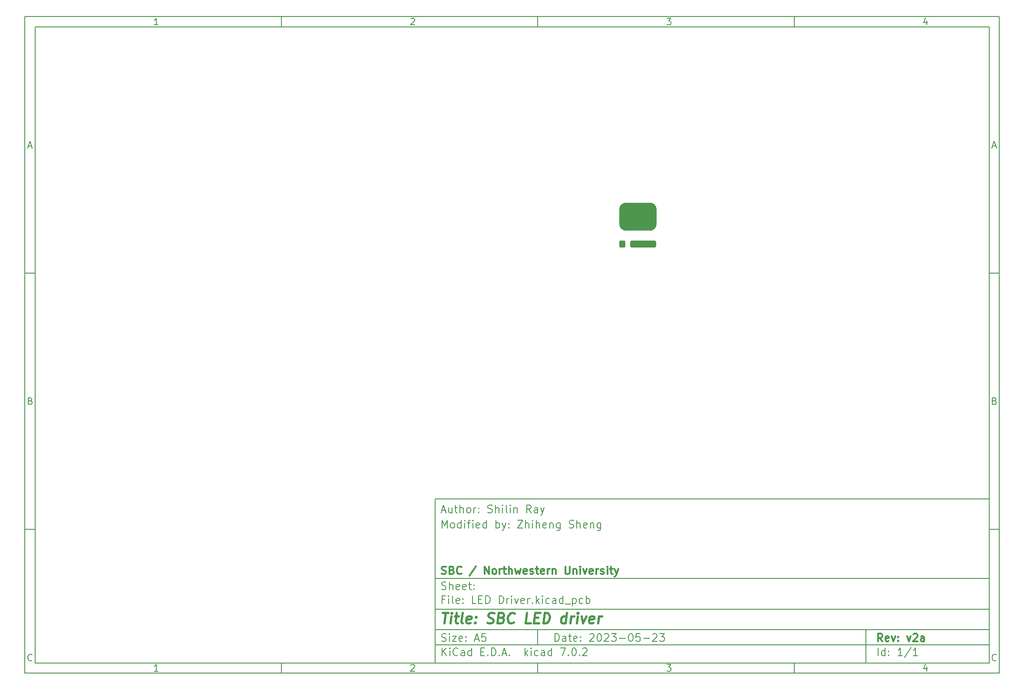
<source format=gtp>
%TF.GenerationSoftware,KiCad,Pcbnew,7.0.2*%
%TF.CreationDate,2023-05-23T14:29:37-05:00*%
%TF.ProjectId,LED Driver,4c454420-4472-4697-9665-722e6b696361,v2a*%
%TF.SameCoordinates,Original*%
%TF.FileFunction,Paste,Top*%
%TF.FilePolarity,Positive*%
%FSLAX46Y46*%
G04 Gerber Fmt 4.6, Leading zero omitted, Abs format (unit mm)*
G04 Created by KiCad (PCBNEW 7.0.2) date 2023-05-23 14:29:37*
%MOMM*%
%LPD*%
G01*
G04 APERTURE LIST*
G04 Aperture macros list*
%AMRoundRect*
0 Rectangle with rounded corners*
0 $1 Rounding radius*
0 $2 $3 $4 $5 $6 $7 $8 $9 X,Y pos of 4 corners*
0 Add a 4 corners polygon primitive as box body*
4,1,4,$2,$3,$4,$5,$6,$7,$8,$9,$2,$3,0*
0 Add four circle primitives for the rounded corners*
1,1,$1+$1,$2,$3*
1,1,$1+$1,$4,$5*
1,1,$1+$1,$6,$7*
1,1,$1+$1,$8,$9*
0 Add four rect primitives between the rounded corners*
20,1,$1+$1,$2,$3,$4,$5,0*
20,1,$1+$1,$4,$5,$6,$7,0*
20,1,$1+$1,$6,$7,$8,$9,0*
20,1,$1+$1,$8,$9,$2,$3,0*%
G04 Aperture macros list end*
%ADD10C,0.100000*%
%ADD11C,0.150000*%
%ADD12C,0.300000*%
%ADD13C,0.400000*%
%ADD14RoundRect,0.300000X-0.300000X-0.400000X0.300000X-0.400000X0.300000X0.400000X-0.300000X0.400000X0*%
%ADD15RoundRect,0.350000X-2.200000X-0.350000X2.200000X-0.350000X2.200000X0.350000X-2.200000X0.350000X0*%
%ADD16RoundRect,1.375000X-2.275000X-1.375000X2.275000X-1.375000X2.275000X1.375000X-2.275000X1.375000X0*%
G04 APERTURE END LIST*
D10*
D11*
X90007200Y-104005800D02*
X198007200Y-104005800D01*
X198007200Y-136005800D01*
X90007200Y-136005800D01*
X90007200Y-104005800D01*
D10*
D11*
X10000000Y-10000000D02*
X200007200Y-10000000D01*
X200007200Y-138005800D01*
X10000000Y-138005800D01*
X10000000Y-10000000D01*
D10*
D11*
X12000000Y-12000000D02*
X198007200Y-12000000D01*
X198007200Y-136005800D01*
X12000000Y-136005800D01*
X12000000Y-12000000D01*
D10*
D11*
X60000000Y-12000000D02*
X60000000Y-10000000D01*
D10*
D11*
X110000000Y-12000000D02*
X110000000Y-10000000D01*
D10*
D11*
X160000000Y-12000000D02*
X160000000Y-10000000D01*
D10*
D11*
X35990476Y-11601404D02*
X35247619Y-11601404D01*
X35619047Y-11601404D02*
X35619047Y-10301404D01*
X35619047Y-10301404D02*
X35495238Y-10487119D01*
X35495238Y-10487119D02*
X35371428Y-10610928D01*
X35371428Y-10610928D02*
X35247619Y-10672833D01*
D10*
D11*
X85247619Y-10425214D02*
X85309523Y-10363309D01*
X85309523Y-10363309D02*
X85433333Y-10301404D01*
X85433333Y-10301404D02*
X85742857Y-10301404D01*
X85742857Y-10301404D02*
X85866666Y-10363309D01*
X85866666Y-10363309D02*
X85928571Y-10425214D01*
X85928571Y-10425214D02*
X85990476Y-10549023D01*
X85990476Y-10549023D02*
X85990476Y-10672833D01*
X85990476Y-10672833D02*
X85928571Y-10858547D01*
X85928571Y-10858547D02*
X85185714Y-11601404D01*
X85185714Y-11601404D02*
X85990476Y-11601404D01*
D10*
D11*
X135185714Y-10301404D02*
X135990476Y-10301404D01*
X135990476Y-10301404D02*
X135557142Y-10796642D01*
X135557142Y-10796642D02*
X135742857Y-10796642D01*
X135742857Y-10796642D02*
X135866666Y-10858547D01*
X135866666Y-10858547D02*
X135928571Y-10920452D01*
X135928571Y-10920452D02*
X135990476Y-11044261D01*
X135990476Y-11044261D02*
X135990476Y-11353785D01*
X135990476Y-11353785D02*
X135928571Y-11477595D01*
X135928571Y-11477595D02*
X135866666Y-11539500D01*
X135866666Y-11539500D02*
X135742857Y-11601404D01*
X135742857Y-11601404D02*
X135371428Y-11601404D01*
X135371428Y-11601404D02*
X135247619Y-11539500D01*
X135247619Y-11539500D02*
X135185714Y-11477595D01*
D10*
D11*
X185866666Y-10734738D02*
X185866666Y-11601404D01*
X185557142Y-10239500D02*
X185247619Y-11168071D01*
X185247619Y-11168071D02*
X186052380Y-11168071D01*
D10*
D11*
X60000000Y-136005800D02*
X60000000Y-138005800D01*
D10*
D11*
X110000000Y-136005800D02*
X110000000Y-138005800D01*
D10*
D11*
X160000000Y-136005800D02*
X160000000Y-138005800D01*
D10*
D11*
X35990476Y-137607204D02*
X35247619Y-137607204D01*
X35619047Y-137607204D02*
X35619047Y-136307204D01*
X35619047Y-136307204D02*
X35495238Y-136492919D01*
X35495238Y-136492919D02*
X35371428Y-136616728D01*
X35371428Y-136616728D02*
X35247619Y-136678633D01*
D10*
D11*
X85247619Y-136431014D02*
X85309523Y-136369109D01*
X85309523Y-136369109D02*
X85433333Y-136307204D01*
X85433333Y-136307204D02*
X85742857Y-136307204D01*
X85742857Y-136307204D02*
X85866666Y-136369109D01*
X85866666Y-136369109D02*
X85928571Y-136431014D01*
X85928571Y-136431014D02*
X85990476Y-136554823D01*
X85990476Y-136554823D02*
X85990476Y-136678633D01*
X85990476Y-136678633D02*
X85928571Y-136864347D01*
X85928571Y-136864347D02*
X85185714Y-137607204D01*
X85185714Y-137607204D02*
X85990476Y-137607204D01*
D10*
D11*
X135185714Y-136307204D02*
X135990476Y-136307204D01*
X135990476Y-136307204D02*
X135557142Y-136802442D01*
X135557142Y-136802442D02*
X135742857Y-136802442D01*
X135742857Y-136802442D02*
X135866666Y-136864347D01*
X135866666Y-136864347D02*
X135928571Y-136926252D01*
X135928571Y-136926252D02*
X135990476Y-137050061D01*
X135990476Y-137050061D02*
X135990476Y-137359585D01*
X135990476Y-137359585D02*
X135928571Y-137483395D01*
X135928571Y-137483395D02*
X135866666Y-137545300D01*
X135866666Y-137545300D02*
X135742857Y-137607204D01*
X135742857Y-137607204D02*
X135371428Y-137607204D01*
X135371428Y-137607204D02*
X135247619Y-137545300D01*
X135247619Y-137545300D02*
X135185714Y-137483395D01*
D10*
D11*
X185866666Y-136740538D02*
X185866666Y-137607204D01*
X185557142Y-136245300D02*
X185247619Y-137173871D01*
X185247619Y-137173871D02*
X186052380Y-137173871D01*
D10*
D11*
X10000000Y-60000000D02*
X12000000Y-60000000D01*
D10*
D11*
X10000000Y-110000000D02*
X12000000Y-110000000D01*
D10*
D11*
X10690476Y-35229976D02*
X11309523Y-35229976D01*
X10566666Y-35601404D02*
X10999999Y-34301404D01*
X10999999Y-34301404D02*
X11433333Y-35601404D01*
D10*
D11*
X11092857Y-84920452D02*
X11278571Y-84982357D01*
X11278571Y-84982357D02*
X11340476Y-85044261D01*
X11340476Y-85044261D02*
X11402380Y-85168071D01*
X11402380Y-85168071D02*
X11402380Y-85353785D01*
X11402380Y-85353785D02*
X11340476Y-85477595D01*
X11340476Y-85477595D02*
X11278571Y-85539500D01*
X11278571Y-85539500D02*
X11154761Y-85601404D01*
X11154761Y-85601404D02*
X10659523Y-85601404D01*
X10659523Y-85601404D02*
X10659523Y-84301404D01*
X10659523Y-84301404D02*
X11092857Y-84301404D01*
X11092857Y-84301404D02*
X11216666Y-84363309D01*
X11216666Y-84363309D02*
X11278571Y-84425214D01*
X11278571Y-84425214D02*
X11340476Y-84549023D01*
X11340476Y-84549023D02*
X11340476Y-84672833D01*
X11340476Y-84672833D02*
X11278571Y-84796642D01*
X11278571Y-84796642D02*
X11216666Y-84858547D01*
X11216666Y-84858547D02*
X11092857Y-84920452D01*
X11092857Y-84920452D02*
X10659523Y-84920452D01*
D10*
D11*
X11402380Y-135477595D02*
X11340476Y-135539500D01*
X11340476Y-135539500D02*
X11154761Y-135601404D01*
X11154761Y-135601404D02*
X11030952Y-135601404D01*
X11030952Y-135601404D02*
X10845238Y-135539500D01*
X10845238Y-135539500D02*
X10721428Y-135415690D01*
X10721428Y-135415690D02*
X10659523Y-135291880D01*
X10659523Y-135291880D02*
X10597619Y-135044261D01*
X10597619Y-135044261D02*
X10597619Y-134858547D01*
X10597619Y-134858547D02*
X10659523Y-134610928D01*
X10659523Y-134610928D02*
X10721428Y-134487119D01*
X10721428Y-134487119D02*
X10845238Y-134363309D01*
X10845238Y-134363309D02*
X11030952Y-134301404D01*
X11030952Y-134301404D02*
X11154761Y-134301404D01*
X11154761Y-134301404D02*
X11340476Y-134363309D01*
X11340476Y-134363309D02*
X11402380Y-134425214D01*
D10*
D11*
X200007200Y-60000000D02*
X198007200Y-60000000D01*
D10*
D11*
X200007200Y-110000000D02*
X198007200Y-110000000D01*
D10*
D11*
X198697676Y-35229976D02*
X199316723Y-35229976D01*
X198573866Y-35601404D02*
X199007199Y-34301404D01*
X199007199Y-34301404D02*
X199440533Y-35601404D01*
D10*
D11*
X199100057Y-84920452D02*
X199285771Y-84982357D01*
X199285771Y-84982357D02*
X199347676Y-85044261D01*
X199347676Y-85044261D02*
X199409580Y-85168071D01*
X199409580Y-85168071D02*
X199409580Y-85353785D01*
X199409580Y-85353785D02*
X199347676Y-85477595D01*
X199347676Y-85477595D02*
X199285771Y-85539500D01*
X199285771Y-85539500D02*
X199161961Y-85601404D01*
X199161961Y-85601404D02*
X198666723Y-85601404D01*
X198666723Y-85601404D02*
X198666723Y-84301404D01*
X198666723Y-84301404D02*
X199100057Y-84301404D01*
X199100057Y-84301404D02*
X199223866Y-84363309D01*
X199223866Y-84363309D02*
X199285771Y-84425214D01*
X199285771Y-84425214D02*
X199347676Y-84549023D01*
X199347676Y-84549023D02*
X199347676Y-84672833D01*
X199347676Y-84672833D02*
X199285771Y-84796642D01*
X199285771Y-84796642D02*
X199223866Y-84858547D01*
X199223866Y-84858547D02*
X199100057Y-84920452D01*
X199100057Y-84920452D02*
X198666723Y-84920452D01*
D10*
D11*
X199409580Y-135477595D02*
X199347676Y-135539500D01*
X199347676Y-135539500D02*
X199161961Y-135601404D01*
X199161961Y-135601404D02*
X199038152Y-135601404D01*
X199038152Y-135601404D02*
X198852438Y-135539500D01*
X198852438Y-135539500D02*
X198728628Y-135415690D01*
X198728628Y-135415690D02*
X198666723Y-135291880D01*
X198666723Y-135291880D02*
X198604819Y-135044261D01*
X198604819Y-135044261D02*
X198604819Y-134858547D01*
X198604819Y-134858547D02*
X198666723Y-134610928D01*
X198666723Y-134610928D02*
X198728628Y-134487119D01*
X198728628Y-134487119D02*
X198852438Y-134363309D01*
X198852438Y-134363309D02*
X199038152Y-134301404D01*
X199038152Y-134301404D02*
X199161961Y-134301404D01*
X199161961Y-134301404D02*
X199347676Y-134363309D01*
X199347676Y-134363309D02*
X199409580Y-134425214D01*
D10*
D11*
X113364342Y-131799728D02*
X113364342Y-130299728D01*
X113364342Y-130299728D02*
X113721485Y-130299728D01*
X113721485Y-130299728D02*
X113935771Y-130371157D01*
X113935771Y-130371157D02*
X114078628Y-130514014D01*
X114078628Y-130514014D02*
X114150057Y-130656871D01*
X114150057Y-130656871D02*
X114221485Y-130942585D01*
X114221485Y-130942585D02*
X114221485Y-131156871D01*
X114221485Y-131156871D02*
X114150057Y-131442585D01*
X114150057Y-131442585D02*
X114078628Y-131585442D01*
X114078628Y-131585442D02*
X113935771Y-131728300D01*
X113935771Y-131728300D02*
X113721485Y-131799728D01*
X113721485Y-131799728D02*
X113364342Y-131799728D01*
X115507200Y-131799728D02*
X115507200Y-131014014D01*
X115507200Y-131014014D02*
X115435771Y-130871157D01*
X115435771Y-130871157D02*
X115292914Y-130799728D01*
X115292914Y-130799728D02*
X115007200Y-130799728D01*
X115007200Y-130799728D02*
X114864342Y-130871157D01*
X115507200Y-131728300D02*
X115364342Y-131799728D01*
X115364342Y-131799728D02*
X115007200Y-131799728D01*
X115007200Y-131799728D02*
X114864342Y-131728300D01*
X114864342Y-131728300D02*
X114792914Y-131585442D01*
X114792914Y-131585442D02*
X114792914Y-131442585D01*
X114792914Y-131442585D02*
X114864342Y-131299728D01*
X114864342Y-131299728D02*
X115007200Y-131228300D01*
X115007200Y-131228300D02*
X115364342Y-131228300D01*
X115364342Y-131228300D02*
X115507200Y-131156871D01*
X116007200Y-130799728D02*
X116578628Y-130799728D01*
X116221485Y-130299728D02*
X116221485Y-131585442D01*
X116221485Y-131585442D02*
X116292914Y-131728300D01*
X116292914Y-131728300D02*
X116435771Y-131799728D01*
X116435771Y-131799728D02*
X116578628Y-131799728D01*
X117650057Y-131728300D02*
X117507200Y-131799728D01*
X117507200Y-131799728D02*
X117221486Y-131799728D01*
X117221486Y-131799728D02*
X117078628Y-131728300D01*
X117078628Y-131728300D02*
X117007200Y-131585442D01*
X117007200Y-131585442D02*
X117007200Y-131014014D01*
X117007200Y-131014014D02*
X117078628Y-130871157D01*
X117078628Y-130871157D02*
X117221486Y-130799728D01*
X117221486Y-130799728D02*
X117507200Y-130799728D01*
X117507200Y-130799728D02*
X117650057Y-130871157D01*
X117650057Y-130871157D02*
X117721486Y-131014014D01*
X117721486Y-131014014D02*
X117721486Y-131156871D01*
X117721486Y-131156871D02*
X117007200Y-131299728D01*
X118364342Y-131656871D02*
X118435771Y-131728300D01*
X118435771Y-131728300D02*
X118364342Y-131799728D01*
X118364342Y-131799728D02*
X118292914Y-131728300D01*
X118292914Y-131728300D02*
X118364342Y-131656871D01*
X118364342Y-131656871D02*
X118364342Y-131799728D01*
X118364342Y-130871157D02*
X118435771Y-130942585D01*
X118435771Y-130942585D02*
X118364342Y-131014014D01*
X118364342Y-131014014D02*
X118292914Y-130942585D01*
X118292914Y-130942585D02*
X118364342Y-130871157D01*
X118364342Y-130871157D02*
X118364342Y-131014014D01*
X120150057Y-130442585D02*
X120221485Y-130371157D01*
X120221485Y-130371157D02*
X120364343Y-130299728D01*
X120364343Y-130299728D02*
X120721485Y-130299728D01*
X120721485Y-130299728D02*
X120864343Y-130371157D01*
X120864343Y-130371157D02*
X120935771Y-130442585D01*
X120935771Y-130442585D02*
X121007200Y-130585442D01*
X121007200Y-130585442D02*
X121007200Y-130728300D01*
X121007200Y-130728300D02*
X120935771Y-130942585D01*
X120935771Y-130942585D02*
X120078628Y-131799728D01*
X120078628Y-131799728D02*
X121007200Y-131799728D01*
X121935771Y-130299728D02*
X122078628Y-130299728D01*
X122078628Y-130299728D02*
X122221485Y-130371157D01*
X122221485Y-130371157D02*
X122292914Y-130442585D01*
X122292914Y-130442585D02*
X122364342Y-130585442D01*
X122364342Y-130585442D02*
X122435771Y-130871157D01*
X122435771Y-130871157D02*
X122435771Y-131228300D01*
X122435771Y-131228300D02*
X122364342Y-131514014D01*
X122364342Y-131514014D02*
X122292914Y-131656871D01*
X122292914Y-131656871D02*
X122221485Y-131728300D01*
X122221485Y-131728300D02*
X122078628Y-131799728D01*
X122078628Y-131799728D02*
X121935771Y-131799728D01*
X121935771Y-131799728D02*
X121792914Y-131728300D01*
X121792914Y-131728300D02*
X121721485Y-131656871D01*
X121721485Y-131656871D02*
X121650056Y-131514014D01*
X121650056Y-131514014D02*
X121578628Y-131228300D01*
X121578628Y-131228300D02*
X121578628Y-130871157D01*
X121578628Y-130871157D02*
X121650056Y-130585442D01*
X121650056Y-130585442D02*
X121721485Y-130442585D01*
X121721485Y-130442585D02*
X121792914Y-130371157D01*
X121792914Y-130371157D02*
X121935771Y-130299728D01*
X123007199Y-130442585D02*
X123078627Y-130371157D01*
X123078627Y-130371157D02*
X123221485Y-130299728D01*
X123221485Y-130299728D02*
X123578627Y-130299728D01*
X123578627Y-130299728D02*
X123721485Y-130371157D01*
X123721485Y-130371157D02*
X123792913Y-130442585D01*
X123792913Y-130442585D02*
X123864342Y-130585442D01*
X123864342Y-130585442D02*
X123864342Y-130728300D01*
X123864342Y-130728300D02*
X123792913Y-130942585D01*
X123792913Y-130942585D02*
X122935770Y-131799728D01*
X122935770Y-131799728D02*
X123864342Y-131799728D01*
X124364341Y-130299728D02*
X125292913Y-130299728D01*
X125292913Y-130299728D02*
X124792913Y-130871157D01*
X124792913Y-130871157D02*
X125007198Y-130871157D01*
X125007198Y-130871157D02*
X125150056Y-130942585D01*
X125150056Y-130942585D02*
X125221484Y-131014014D01*
X125221484Y-131014014D02*
X125292913Y-131156871D01*
X125292913Y-131156871D02*
X125292913Y-131514014D01*
X125292913Y-131514014D02*
X125221484Y-131656871D01*
X125221484Y-131656871D02*
X125150056Y-131728300D01*
X125150056Y-131728300D02*
X125007198Y-131799728D01*
X125007198Y-131799728D02*
X124578627Y-131799728D01*
X124578627Y-131799728D02*
X124435770Y-131728300D01*
X124435770Y-131728300D02*
X124364341Y-131656871D01*
X125935769Y-131228300D02*
X127078627Y-131228300D01*
X128078627Y-130299728D02*
X128221484Y-130299728D01*
X128221484Y-130299728D02*
X128364341Y-130371157D01*
X128364341Y-130371157D02*
X128435770Y-130442585D01*
X128435770Y-130442585D02*
X128507198Y-130585442D01*
X128507198Y-130585442D02*
X128578627Y-130871157D01*
X128578627Y-130871157D02*
X128578627Y-131228300D01*
X128578627Y-131228300D02*
X128507198Y-131514014D01*
X128507198Y-131514014D02*
X128435770Y-131656871D01*
X128435770Y-131656871D02*
X128364341Y-131728300D01*
X128364341Y-131728300D02*
X128221484Y-131799728D01*
X128221484Y-131799728D02*
X128078627Y-131799728D01*
X128078627Y-131799728D02*
X127935770Y-131728300D01*
X127935770Y-131728300D02*
X127864341Y-131656871D01*
X127864341Y-131656871D02*
X127792912Y-131514014D01*
X127792912Y-131514014D02*
X127721484Y-131228300D01*
X127721484Y-131228300D02*
X127721484Y-130871157D01*
X127721484Y-130871157D02*
X127792912Y-130585442D01*
X127792912Y-130585442D02*
X127864341Y-130442585D01*
X127864341Y-130442585D02*
X127935770Y-130371157D01*
X127935770Y-130371157D02*
X128078627Y-130299728D01*
X129935769Y-130299728D02*
X129221483Y-130299728D01*
X129221483Y-130299728D02*
X129150055Y-131014014D01*
X129150055Y-131014014D02*
X129221483Y-130942585D01*
X129221483Y-130942585D02*
X129364341Y-130871157D01*
X129364341Y-130871157D02*
X129721483Y-130871157D01*
X129721483Y-130871157D02*
X129864341Y-130942585D01*
X129864341Y-130942585D02*
X129935769Y-131014014D01*
X129935769Y-131014014D02*
X130007198Y-131156871D01*
X130007198Y-131156871D02*
X130007198Y-131514014D01*
X130007198Y-131514014D02*
X129935769Y-131656871D01*
X129935769Y-131656871D02*
X129864341Y-131728300D01*
X129864341Y-131728300D02*
X129721483Y-131799728D01*
X129721483Y-131799728D02*
X129364341Y-131799728D01*
X129364341Y-131799728D02*
X129221483Y-131728300D01*
X129221483Y-131728300D02*
X129150055Y-131656871D01*
X130650054Y-131228300D02*
X131792912Y-131228300D01*
X132435769Y-130442585D02*
X132507197Y-130371157D01*
X132507197Y-130371157D02*
X132650055Y-130299728D01*
X132650055Y-130299728D02*
X133007197Y-130299728D01*
X133007197Y-130299728D02*
X133150055Y-130371157D01*
X133150055Y-130371157D02*
X133221483Y-130442585D01*
X133221483Y-130442585D02*
X133292912Y-130585442D01*
X133292912Y-130585442D02*
X133292912Y-130728300D01*
X133292912Y-130728300D02*
X133221483Y-130942585D01*
X133221483Y-130942585D02*
X132364340Y-131799728D01*
X132364340Y-131799728D02*
X133292912Y-131799728D01*
X133792911Y-130299728D02*
X134721483Y-130299728D01*
X134721483Y-130299728D02*
X134221483Y-130871157D01*
X134221483Y-130871157D02*
X134435768Y-130871157D01*
X134435768Y-130871157D02*
X134578626Y-130942585D01*
X134578626Y-130942585D02*
X134650054Y-131014014D01*
X134650054Y-131014014D02*
X134721483Y-131156871D01*
X134721483Y-131156871D02*
X134721483Y-131514014D01*
X134721483Y-131514014D02*
X134650054Y-131656871D01*
X134650054Y-131656871D02*
X134578626Y-131728300D01*
X134578626Y-131728300D02*
X134435768Y-131799728D01*
X134435768Y-131799728D02*
X134007197Y-131799728D01*
X134007197Y-131799728D02*
X133864340Y-131728300D01*
X133864340Y-131728300D02*
X133792911Y-131656871D01*
D10*
D11*
X90007200Y-132505800D02*
X198007200Y-132505800D01*
D10*
D11*
X91364342Y-134599728D02*
X91364342Y-133099728D01*
X92221485Y-134599728D02*
X91578628Y-133742585D01*
X92221485Y-133099728D02*
X91364342Y-133956871D01*
X92864342Y-134599728D02*
X92864342Y-133599728D01*
X92864342Y-133099728D02*
X92792914Y-133171157D01*
X92792914Y-133171157D02*
X92864342Y-133242585D01*
X92864342Y-133242585D02*
X92935771Y-133171157D01*
X92935771Y-133171157D02*
X92864342Y-133099728D01*
X92864342Y-133099728D02*
X92864342Y-133242585D01*
X94435771Y-134456871D02*
X94364343Y-134528300D01*
X94364343Y-134528300D02*
X94150057Y-134599728D01*
X94150057Y-134599728D02*
X94007200Y-134599728D01*
X94007200Y-134599728D02*
X93792914Y-134528300D01*
X93792914Y-134528300D02*
X93650057Y-134385442D01*
X93650057Y-134385442D02*
X93578628Y-134242585D01*
X93578628Y-134242585D02*
X93507200Y-133956871D01*
X93507200Y-133956871D02*
X93507200Y-133742585D01*
X93507200Y-133742585D02*
X93578628Y-133456871D01*
X93578628Y-133456871D02*
X93650057Y-133314014D01*
X93650057Y-133314014D02*
X93792914Y-133171157D01*
X93792914Y-133171157D02*
X94007200Y-133099728D01*
X94007200Y-133099728D02*
X94150057Y-133099728D01*
X94150057Y-133099728D02*
X94364343Y-133171157D01*
X94364343Y-133171157D02*
X94435771Y-133242585D01*
X95721486Y-134599728D02*
X95721486Y-133814014D01*
X95721486Y-133814014D02*
X95650057Y-133671157D01*
X95650057Y-133671157D02*
X95507200Y-133599728D01*
X95507200Y-133599728D02*
X95221486Y-133599728D01*
X95221486Y-133599728D02*
X95078628Y-133671157D01*
X95721486Y-134528300D02*
X95578628Y-134599728D01*
X95578628Y-134599728D02*
X95221486Y-134599728D01*
X95221486Y-134599728D02*
X95078628Y-134528300D01*
X95078628Y-134528300D02*
X95007200Y-134385442D01*
X95007200Y-134385442D02*
X95007200Y-134242585D01*
X95007200Y-134242585D02*
X95078628Y-134099728D01*
X95078628Y-134099728D02*
X95221486Y-134028300D01*
X95221486Y-134028300D02*
X95578628Y-134028300D01*
X95578628Y-134028300D02*
X95721486Y-133956871D01*
X97078629Y-134599728D02*
X97078629Y-133099728D01*
X97078629Y-134528300D02*
X96935771Y-134599728D01*
X96935771Y-134599728D02*
X96650057Y-134599728D01*
X96650057Y-134599728D02*
X96507200Y-134528300D01*
X96507200Y-134528300D02*
X96435771Y-134456871D01*
X96435771Y-134456871D02*
X96364343Y-134314014D01*
X96364343Y-134314014D02*
X96364343Y-133885442D01*
X96364343Y-133885442D02*
X96435771Y-133742585D01*
X96435771Y-133742585D02*
X96507200Y-133671157D01*
X96507200Y-133671157D02*
X96650057Y-133599728D01*
X96650057Y-133599728D02*
X96935771Y-133599728D01*
X96935771Y-133599728D02*
X97078629Y-133671157D01*
X98935771Y-133814014D02*
X99435771Y-133814014D01*
X99650057Y-134599728D02*
X98935771Y-134599728D01*
X98935771Y-134599728D02*
X98935771Y-133099728D01*
X98935771Y-133099728D02*
X99650057Y-133099728D01*
X100292914Y-134456871D02*
X100364343Y-134528300D01*
X100364343Y-134528300D02*
X100292914Y-134599728D01*
X100292914Y-134599728D02*
X100221486Y-134528300D01*
X100221486Y-134528300D02*
X100292914Y-134456871D01*
X100292914Y-134456871D02*
X100292914Y-134599728D01*
X101007200Y-134599728D02*
X101007200Y-133099728D01*
X101007200Y-133099728D02*
X101364343Y-133099728D01*
X101364343Y-133099728D02*
X101578629Y-133171157D01*
X101578629Y-133171157D02*
X101721486Y-133314014D01*
X101721486Y-133314014D02*
X101792915Y-133456871D01*
X101792915Y-133456871D02*
X101864343Y-133742585D01*
X101864343Y-133742585D02*
X101864343Y-133956871D01*
X101864343Y-133956871D02*
X101792915Y-134242585D01*
X101792915Y-134242585D02*
X101721486Y-134385442D01*
X101721486Y-134385442D02*
X101578629Y-134528300D01*
X101578629Y-134528300D02*
X101364343Y-134599728D01*
X101364343Y-134599728D02*
X101007200Y-134599728D01*
X102507200Y-134456871D02*
X102578629Y-134528300D01*
X102578629Y-134528300D02*
X102507200Y-134599728D01*
X102507200Y-134599728D02*
X102435772Y-134528300D01*
X102435772Y-134528300D02*
X102507200Y-134456871D01*
X102507200Y-134456871D02*
X102507200Y-134599728D01*
X103150058Y-134171157D02*
X103864344Y-134171157D01*
X103007201Y-134599728D02*
X103507201Y-133099728D01*
X103507201Y-133099728D02*
X104007201Y-134599728D01*
X104507200Y-134456871D02*
X104578629Y-134528300D01*
X104578629Y-134528300D02*
X104507200Y-134599728D01*
X104507200Y-134599728D02*
X104435772Y-134528300D01*
X104435772Y-134528300D02*
X104507200Y-134456871D01*
X104507200Y-134456871D02*
X104507200Y-134599728D01*
X107507200Y-134599728D02*
X107507200Y-133099728D01*
X107650058Y-134028300D02*
X108078629Y-134599728D01*
X108078629Y-133599728D02*
X107507200Y-134171157D01*
X108721486Y-134599728D02*
X108721486Y-133599728D01*
X108721486Y-133099728D02*
X108650058Y-133171157D01*
X108650058Y-133171157D02*
X108721486Y-133242585D01*
X108721486Y-133242585D02*
X108792915Y-133171157D01*
X108792915Y-133171157D02*
X108721486Y-133099728D01*
X108721486Y-133099728D02*
X108721486Y-133242585D01*
X110078630Y-134528300D02*
X109935772Y-134599728D01*
X109935772Y-134599728D02*
X109650058Y-134599728D01*
X109650058Y-134599728D02*
X109507201Y-134528300D01*
X109507201Y-134528300D02*
X109435772Y-134456871D01*
X109435772Y-134456871D02*
X109364344Y-134314014D01*
X109364344Y-134314014D02*
X109364344Y-133885442D01*
X109364344Y-133885442D02*
X109435772Y-133742585D01*
X109435772Y-133742585D02*
X109507201Y-133671157D01*
X109507201Y-133671157D02*
X109650058Y-133599728D01*
X109650058Y-133599728D02*
X109935772Y-133599728D01*
X109935772Y-133599728D02*
X110078630Y-133671157D01*
X111364344Y-134599728D02*
X111364344Y-133814014D01*
X111364344Y-133814014D02*
X111292915Y-133671157D01*
X111292915Y-133671157D02*
X111150058Y-133599728D01*
X111150058Y-133599728D02*
X110864344Y-133599728D01*
X110864344Y-133599728D02*
X110721486Y-133671157D01*
X111364344Y-134528300D02*
X111221486Y-134599728D01*
X111221486Y-134599728D02*
X110864344Y-134599728D01*
X110864344Y-134599728D02*
X110721486Y-134528300D01*
X110721486Y-134528300D02*
X110650058Y-134385442D01*
X110650058Y-134385442D02*
X110650058Y-134242585D01*
X110650058Y-134242585D02*
X110721486Y-134099728D01*
X110721486Y-134099728D02*
X110864344Y-134028300D01*
X110864344Y-134028300D02*
X111221486Y-134028300D01*
X111221486Y-134028300D02*
X111364344Y-133956871D01*
X112721487Y-134599728D02*
X112721487Y-133099728D01*
X112721487Y-134528300D02*
X112578629Y-134599728D01*
X112578629Y-134599728D02*
X112292915Y-134599728D01*
X112292915Y-134599728D02*
X112150058Y-134528300D01*
X112150058Y-134528300D02*
X112078629Y-134456871D01*
X112078629Y-134456871D02*
X112007201Y-134314014D01*
X112007201Y-134314014D02*
X112007201Y-133885442D01*
X112007201Y-133885442D02*
X112078629Y-133742585D01*
X112078629Y-133742585D02*
X112150058Y-133671157D01*
X112150058Y-133671157D02*
X112292915Y-133599728D01*
X112292915Y-133599728D02*
X112578629Y-133599728D01*
X112578629Y-133599728D02*
X112721487Y-133671157D01*
X114435772Y-133099728D02*
X115435772Y-133099728D01*
X115435772Y-133099728D02*
X114792915Y-134599728D01*
X116007200Y-134456871D02*
X116078629Y-134528300D01*
X116078629Y-134528300D02*
X116007200Y-134599728D01*
X116007200Y-134599728D02*
X115935772Y-134528300D01*
X115935772Y-134528300D02*
X116007200Y-134456871D01*
X116007200Y-134456871D02*
X116007200Y-134599728D01*
X117007201Y-133099728D02*
X117150058Y-133099728D01*
X117150058Y-133099728D02*
X117292915Y-133171157D01*
X117292915Y-133171157D02*
X117364344Y-133242585D01*
X117364344Y-133242585D02*
X117435772Y-133385442D01*
X117435772Y-133385442D02*
X117507201Y-133671157D01*
X117507201Y-133671157D02*
X117507201Y-134028300D01*
X117507201Y-134028300D02*
X117435772Y-134314014D01*
X117435772Y-134314014D02*
X117364344Y-134456871D01*
X117364344Y-134456871D02*
X117292915Y-134528300D01*
X117292915Y-134528300D02*
X117150058Y-134599728D01*
X117150058Y-134599728D02*
X117007201Y-134599728D01*
X117007201Y-134599728D02*
X116864344Y-134528300D01*
X116864344Y-134528300D02*
X116792915Y-134456871D01*
X116792915Y-134456871D02*
X116721486Y-134314014D01*
X116721486Y-134314014D02*
X116650058Y-134028300D01*
X116650058Y-134028300D02*
X116650058Y-133671157D01*
X116650058Y-133671157D02*
X116721486Y-133385442D01*
X116721486Y-133385442D02*
X116792915Y-133242585D01*
X116792915Y-133242585D02*
X116864344Y-133171157D01*
X116864344Y-133171157D02*
X117007201Y-133099728D01*
X118150057Y-134456871D02*
X118221486Y-134528300D01*
X118221486Y-134528300D02*
X118150057Y-134599728D01*
X118150057Y-134599728D02*
X118078629Y-134528300D01*
X118078629Y-134528300D02*
X118150057Y-134456871D01*
X118150057Y-134456871D02*
X118150057Y-134599728D01*
X118792915Y-133242585D02*
X118864343Y-133171157D01*
X118864343Y-133171157D02*
X119007201Y-133099728D01*
X119007201Y-133099728D02*
X119364343Y-133099728D01*
X119364343Y-133099728D02*
X119507201Y-133171157D01*
X119507201Y-133171157D02*
X119578629Y-133242585D01*
X119578629Y-133242585D02*
X119650058Y-133385442D01*
X119650058Y-133385442D02*
X119650058Y-133528300D01*
X119650058Y-133528300D02*
X119578629Y-133742585D01*
X119578629Y-133742585D02*
X118721486Y-134599728D01*
X118721486Y-134599728D02*
X119650058Y-134599728D01*
D10*
D11*
X90007200Y-129505800D02*
X198007200Y-129505800D01*
D10*
D12*
X177221485Y-131799728D02*
X176721485Y-131085442D01*
X176364342Y-131799728D02*
X176364342Y-130299728D01*
X176364342Y-130299728D02*
X176935771Y-130299728D01*
X176935771Y-130299728D02*
X177078628Y-130371157D01*
X177078628Y-130371157D02*
X177150057Y-130442585D01*
X177150057Y-130442585D02*
X177221485Y-130585442D01*
X177221485Y-130585442D02*
X177221485Y-130799728D01*
X177221485Y-130799728D02*
X177150057Y-130942585D01*
X177150057Y-130942585D02*
X177078628Y-131014014D01*
X177078628Y-131014014D02*
X176935771Y-131085442D01*
X176935771Y-131085442D02*
X176364342Y-131085442D01*
X178435771Y-131728300D02*
X178292914Y-131799728D01*
X178292914Y-131799728D02*
X178007200Y-131799728D01*
X178007200Y-131799728D02*
X177864342Y-131728300D01*
X177864342Y-131728300D02*
X177792914Y-131585442D01*
X177792914Y-131585442D02*
X177792914Y-131014014D01*
X177792914Y-131014014D02*
X177864342Y-130871157D01*
X177864342Y-130871157D02*
X178007200Y-130799728D01*
X178007200Y-130799728D02*
X178292914Y-130799728D01*
X178292914Y-130799728D02*
X178435771Y-130871157D01*
X178435771Y-130871157D02*
X178507200Y-131014014D01*
X178507200Y-131014014D02*
X178507200Y-131156871D01*
X178507200Y-131156871D02*
X177792914Y-131299728D01*
X179007199Y-130799728D02*
X179364342Y-131799728D01*
X179364342Y-131799728D02*
X179721485Y-130799728D01*
X180292913Y-131656871D02*
X180364342Y-131728300D01*
X180364342Y-131728300D02*
X180292913Y-131799728D01*
X180292913Y-131799728D02*
X180221485Y-131728300D01*
X180221485Y-131728300D02*
X180292913Y-131656871D01*
X180292913Y-131656871D02*
X180292913Y-131799728D01*
X180292913Y-130871157D02*
X180364342Y-130942585D01*
X180364342Y-130942585D02*
X180292913Y-131014014D01*
X180292913Y-131014014D02*
X180221485Y-130942585D01*
X180221485Y-130942585D02*
X180292913Y-130871157D01*
X180292913Y-130871157D02*
X180292913Y-131014014D01*
X182007199Y-130799728D02*
X182364342Y-131799728D01*
X182364342Y-131799728D02*
X182721485Y-130799728D01*
X183221485Y-130442585D02*
X183292913Y-130371157D01*
X183292913Y-130371157D02*
X183435771Y-130299728D01*
X183435771Y-130299728D02*
X183792913Y-130299728D01*
X183792913Y-130299728D02*
X183935771Y-130371157D01*
X183935771Y-130371157D02*
X184007199Y-130442585D01*
X184007199Y-130442585D02*
X184078628Y-130585442D01*
X184078628Y-130585442D02*
X184078628Y-130728300D01*
X184078628Y-130728300D02*
X184007199Y-130942585D01*
X184007199Y-130942585D02*
X183150056Y-131799728D01*
X183150056Y-131799728D02*
X184078628Y-131799728D01*
X185364342Y-131799728D02*
X185364342Y-131014014D01*
X185364342Y-131014014D02*
X185292913Y-130871157D01*
X185292913Y-130871157D02*
X185150056Y-130799728D01*
X185150056Y-130799728D02*
X184864342Y-130799728D01*
X184864342Y-130799728D02*
X184721484Y-130871157D01*
X185364342Y-131728300D02*
X185221484Y-131799728D01*
X185221484Y-131799728D02*
X184864342Y-131799728D01*
X184864342Y-131799728D02*
X184721484Y-131728300D01*
X184721484Y-131728300D02*
X184650056Y-131585442D01*
X184650056Y-131585442D02*
X184650056Y-131442585D01*
X184650056Y-131442585D02*
X184721484Y-131299728D01*
X184721484Y-131299728D02*
X184864342Y-131228300D01*
X184864342Y-131228300D02*
X185221484Y-131228300D01*
X185221484Y-131228300D02*
X185364342Y-131156871D01*
D10*
D11*
X91292914Y-131728300D02*
X91507200Y-131799728D01*
X91507200Y-131799728D02*
X91864342Y-131799728D01*
X91864342Y-131799728D02*
X92007200Y-131728300D01*
X92007200Y-131728300D02*
X92078628Y-131656871D01*
X92078628Y-131656871D02*
X92150057Y-131514014D01*
X92150057Y-131514014D02*
X92150057Y-131371157D01*
X92150057Y-131371157D02*
X92078628Y-131228300D01*
X92078628Y-131228300D02*
X92007200Y-131156871D01*
X92007200Y-131156871D02*
X91864342Y-131085442D01*
X91864342Y-131085442D02*
X91578628Y-131014014D01*
X91578628Y-131014014D02*
X91435771Y-130942585D01*
X91435771Y-130942585D02*
X91364342Y-130871157D01*
X91364342Y-130871157D02*
X91292914Y-130728300D01*
X91292914Y-130728300D02*
X91292914Y-130585442D01*
X91292914Y-130585442D02*
X91364342Y-130442585D01*
X91364342Y-130442585D02*
X91435771Y-130371157D01*
X91435771Y-130371157D02*
X91578628Y-130299728D01*
X91578628Y-130299728D02*
X91935771Y-130299728D01*
X91935771Y-130299728D02*
X92150057Y-130371157D01*
X92792913Y-131799728D02*
X92792913Y-130799728D01*
X92792913Y-130299728D02*
X92721485Y-130371157D01*
X92721485Y-130371157D02*
X92792913Y-130442585D01*
X92792913Y-130442585D02*
X92864342Y-130371157D01*
X92864342Y-130371157D02*
X92792913Y-130299728D01*
X92792913Y-130299728D02*
X92792913Y-130442585D01*
X93364342Y-130799728D02*
X94150057Y-130799728D01*
X94150057Y-130799728D02*
X93364342Y-131799728D01*
X93364342Y-131799728D02*
X94150057Y-131799728D01*
X95292914Y-131728300D02*
X95150057Y-131799728D01*
X95150057Y-131799728D02*
X94864343Y-131799728D01*
X94864343Y-131799728D02*
X94721485Y-131728300D01*
X94721485Y-131728300D02*
X94650057Y-131585442D01*
X94650057Y-131585442D02*
X94650057Y-131014014D01*
X94650057Y-131014014D02*
X94721485Y-130871157D01*
X94721485Y-130871157D02*
X94864343Y-130799728D01*
X94864343Y-130799728D02*
X95150057Y-130799728D01*
X95150057Y-130799728D02*
X95292914Y-130871157D01*
X95292914Y-130871157D02*
X95364343Y-131014014D01*
X95364343Y-131014014D02*
X95364343Y-131156871D01*
X95364343Y-131156871D02*
X94650057Y-131299728D01*
X96007199Y-131656871D02*
X96078628Y-131728300D01*
X96078628Y-131728300D02*
X96007199Y-131799728D01*
X96007199Y-131799728D02*
X95935771Y-131728300D01*
X95935771Y-131728300D02*
X96007199Y-131656871D01*
X96007199Y-131656871D02*
X96007199Y-131799728D01*
X96007199Y-130871157D02*
X96078628Y-130942585D01*
X96078628Y-130942585D02*
X96007199Y-131014014D01*
X96007199Y-131014014D02*
X95935771Y-130942585D01*
X95935771Y-130942585D02*
X96007199Y-130871157D01*
X96007199Y-130871157D02*
X96007199Y-131014014D01*
X97792914Y-131371157D02*
X98507200Y-131371157D01*
X97650057Y-131799728D02*
X98150057Y-130299728D01*
X98150057Y-130299728D02*
X98650057Y-131799728D01*
X99864342Y-130299728D02*
X99150056Y-130299728D01*
X99150056Y-130299728D02*
X99078628Y-131014014D01*
X99078628Y-131014014D02*
X99150056Y-130942585D01*
X99150056Y-130942585D02*
X99292914Y-130871157D01*
X99292914Y-130871157D02*
X99650056Y-130871157D01*
X99650056Y-130871157D02*
X99792914Y-130942585D01*
X99792914Y-130942585D02*
X99864342Y-131014014D01*
X99864342Y-131014014D02*
X99935771Y-131156871D01*
X99935771Y-131156871D02*
X99935771Y-131514014D01*
X99935771Y-131514014D02*
X99864342Y-131656871D01*
X99864342Y-131656871D02*
X99792914Y-131728300D01*
X99792914Y-131728300D02*
X99650056Y-131799728D01*
X99650056Y-131799728D02*
X99292914Y-131799728D01*
X99292914Y-131799728D02*
X99150056Y-131728300D01*
X99150056Y-131728300D02*
X99078628Y-131656871D01*
D10*
D11*
X176364342Y-134599728D02*
X176364342Y-133099728D01*
X177721486Y-134599728D02*
X177721486Y-133099728D01*
X177721486Y-134528300D02*
X177578628Y-134599728D01*
X177578628Y-134599728D02*
X177292914Y-134599728D01*
X177292914Y-134599728D02*
X177150057Y-134528300D01*
X177150057Y-134528300D02*
X177078628Y-134456871D01*
X177078628Y-134456871D02*
X177007200Y-134314014D01*
X177007200Y-134314014D02*
X177007200Y-133885442D01*
X177007200Y-133885442D02*
X177078628Y-133742585D01*
X177078628Y-133742585D02*
X177150057Y-133671157D01*
X177150057Y-133671157D02*
X177292914Y-133599728D01*
X177292914Y-133599728D02*
X177578628Y-133599728D01*
X177578628Y-133599728D02*
X177721486Y-133671157D01*
X178435771Y-134456871D02*
X178507200Y-134528300D01*
X178507200Y-134528300D02*
X178435771Y-134599728D01*
X178435771Y-134599728D02*
X178364343Y-134528300D01*
X178364343Y-134528300D02*
X178435771Y-134456871D01*
X178435771Y-134456871D02*
X178435771Y-134599728D01*
X178435771Y-133671157D02*
X178507200Y-133742585D01*
X178507200Y-133742585D02*
X178435771Y-133814014D01*
X178435771Y-133814014D02*
X178364343Y-133742585D01*
X178364343Y-133742585D02*
X178435771Y-133671157D01*
X178435771Y-133671157D02*
X178435771Y-133814014D01*
X181078629Y-134599728D02*
X180221486Y-134599728D01*
X180650057Y-134599728D02*
X180650057Y-133099728D01*
X180650057Y-133099728D02*
X180507200Y-133314014D01*
X180507200Y-133314014D02*
X180364343Y-133456871D01*
X180364343Y-133456871D02*
X180221486Y-133528300D01*
X182792914Y-133028300D02*
X181507200Y-134956871D01*
X184078629Y-134599728D02*
X183221486Y-134599728D01*
X183650057Y-134599728D02*
X183650057Y-133099728D01*
X183650057Y-133099728D02*
X183507200Y-133314014D01*
X183507200Y-133314014D02*
X183364343Y-133456871D01*
X183364343Y-133456871D02*
X183221486Y-133528300D01*
D10*
D11*
X90007200Y-125505800D02*
X198007200Y-125505800D01*
D10*
D13*
X91435771Y-126231038D02*
X92578628Y-126231038D01*
X91757200Y-128231038D02*
X92007200Y-126231038D01*
X92983390Y-128231038D02*
X93150057Y-126897704D01*
X93233390Y-126231038D02*
X93126247Y-126326276D01*
X93126247Y-126326276D02*
X93209581Y-126421514D01*
X93209581Y-126421514D02*
X93316724Y-126326276D01*
X93316724Y-126326276D02*
X93233390Y-126231038D01*
X93233390Y-126231038D02*
X93209581Y-126421514D01*
X93804819Y-126897704D02*
X94566723Y-126897704D01*
X94173866Y-126231038D02*
X93959581Y-127945323D01*
X93959581Y-127945323D02*
X94031009Y-128135800D01*
X94031009Y-128135800D02*
X94209581Y-128231038D01*
X94209581Y-128231038D02*
X94400057Y-128231038D01*
X95340533Y-128231038D02*
X95161961Y-128135800D01*
X95161961Y-128135800D02*
X95090533Y-127945323D01*
X95090533Y-127945323D02*
X95304818Y-126231038D01*
X96864342Y-128135800D02*
X96661961Y-128231038D01*
X96661961Y-128231038D02*
X96281008Y-128231038D01*
X96281008Y-128231038D02*
X96102437Y-128135800D01*
X96102437Y-128135800D02*
X96031008Y-127945323D01*
X96031008Y-127945323D02*
X96126247Y-127183419D01*
X96126247Y-127183419D02*
X96245294Y-126992942D01*
X96245294Y-126992942D02*
X96447675Y-126897704D01*
X96447675Y-126897704D02*
X96828627Y-126897704D01*
X96828627Y-126897704D02*
X97007199Y-126992942D01*
X97007199Y-126992942D02*
X97078627Y-127183419D01*
X97078627Y-127183419D02*
X97054818Y-127373895D01*
X97054818Y-127373895D02*
X96078627Y-127564371D01*
X97816723Y-128040561D02*
X97900056Y-128135800D01*
X97900056Y-128135800D02*
X97792913Y-128231038D01*
X97792913Y-128231038D02*
X97709580Y-128135800D01*
X97709580Y-128135800D02*
X97816723Y-128040561D01*
X97816723Y-128040561D02*
X97792913Y-128231038D01*
X97947675Y-126992942D02*
X98031008Y-127088180D01*
X98031008Y-127088180D02*
X97923866Y-127183419D01*
X97923866Y-127183419D02*
X97840532Y-127088180D01*
X97840532Y-127088180D02*
X97947675Y-126992942D01*
X97947675Y-126992942D02*
X97923866Y-127183419D01*
X100173866Y-128135800D02*
X100447675Y-128231038D01*
X100447675Y-128231038D02*
X100923866Y-128231038D01*
X100923866Y-128231038D02*
X101126247Y-128135800D01*
X101126247Y-128135800D02*
X101233390Y-128040561D01*
X101233390Y-128040561D02*
X101352437Y-127850085D01*
X101352437Y-127850085D02*
X101376247Y-127659609D01*
X101376247Y-127659609D02*
X101304818Y-127469133D01*
X101304818Y-127469133D02*
X101221485Y-127373895D01*
X101221485Y-127373895D02*
X101042914Y-127278657D01*
X101042914Y-127278657D02*
X100673866Y-127183419D01*
X100673866Y-127183419D02*
X100495294Y-127088180D01*
X100495294Y-127088180D02*
X100411961Y-126992942D01*
X100411961Y-126992942D02*
X100340533Y-126802466D01*
X100340533Y-126802466D02*
X100364342Y-126611990D01*
X100364342Y-126611990D02*
X100483390Y-126421514D01*
X100483390Y-126421514D02*
X100590533Y-126326276D01*
X100590533Y-126326276D02*
X100792914Y-126231038D01*
X100792914Y-126231038D02*
X101269104Y-126231038D01*
X101269104Y-126231038D02*
X101542914Y-126326276D01*
X102947675Y-127183419D02*
X103221485Y-127278657D01*
X103221485Y-127278657D02*
X103304818Y-127373895D01*
X103304818Y-127373895D02*
X103376247Y-127564371D01*
X103376247Y-127564371D02*
X103340532Y-127850085D01*
X103340532Y-127850085D02*
X103221485Y-128040561D01*
X103221485Y-128040561D02*
X103114342Y-128135800D01*
X103114342Y-128135800D02*
X102911961Y-128231038D01*
X102911961Y-128231038D02*
X102150056Y-128231038D01*
X102150056Y-128231038D02*
X102400056Y-126231038D01*
X102400056Y-126231038D02*
X103066723Y-126231038D01*
X103066723Y-126231038D02*
X103245294Y-126326276D01*
X103245294Y-126326276D02*
X103328628Y-126421514D01*
X103328628Y-126421514D02*
X103400056Y-126611990D01*
X103400056Y-126611990D02*
X103376247Y-126802466D01*
X103376247Y-126802466D02*
X103257199Y-126992942D01*
X103257199Y-126992942D02*
X103150056Y-127088180D01*
X103150056Y-127088180D02*
X102947675Y-127183419D01*
X102947675Y-127183419D02*
X102281009Y-127183419D01*
X105304818Y-128040561D02*
X105197675Y-128135800D01*
X105197675Y-128135800D02*
X104900056Y-128231038D01*
X104900056Y-128231038D02*
X104709580Y-128231038D01*
X104709580Y-128231038D02*
X104435770Y-128135800D01*
X104435770Y-128135800D02*
X104269104Y-127945323D01*
X104269104Y-127945323D02*
X104197675Y-127754847D01*
X104197675Y-127754847D02*
X104150056Y-127373895D01*
X104150056Y-127373895D02*
X104185770Y-127088180D01*
X104185770Y-127088180D02*
X104328627Y-126707228D01*
X104328627Y-126707228D02*
X104447675Y-126516752D01*
X104447675Y-126516752D02*
X104661961Y-126326276D01*
X104661961Y-126326276D02*
X104959580Y-126231038D01*
X104959580Y-126231038D02*
X105150056Y-126231038D01*
X105150056Y-126231038D02*
X105423866Y-126326276D01*
X105423866Y-126326276D02*
X105507199Y-126421514D01*
X108602437Y-128231038D02*
X107650056Y-128231038D01*
X107650056Y-128231038D02*
X107900056Y-126231038D01*
X109388152Y-127183419D02*
X110054818Y-127183419D01*
X110209580Y-128231038D02*
X109257199Y-128231038D01*
X109257199Y-128231038D02*
X109507199Y-126231038D01*
X109507199Y-126231038D02*
X110459580Y-126231038D01*
X111054818Y-128231038D02*
X111304818Y-126231038D01*
X111304818Y-126231038D02*
X111781009Y-126231038D01*
X111781009Y-126231038D02*
X112054818Y-126326276D01*
X112054818Y-126326276D02*
X112221485Y-126516752D01*
X112221485Y-126516752D02*
X112292913Y-126707228D01*
X112292913Y-126707228D02*
X112340533Y-127088180D01*
X112340533Y-127088180D02*
X112304818Y-127373895D01*
X112304818Y-127373895D02*
X112161961Y-127754847D01*
X112161961Y-127754847D02*
X112042913Y-127945323D01*
X112042913Y-127945323D02*
X111828628Y-128135800D01*
X111828628Y-128135800D02*
X111531009Y-128231038D01*
X111531009Y-128231038D02*
X111054818Y-128231038D01*
X115423866Y-128231038D02*
X115673866Y-126231038D01*
X115435771Y-128135800D02*
X115233390Y-128231038D01*
X115233390Y-128231038D02*
X114852438Y-128231038D01*
X114852438Y-128231038D02*
X114673866Y-128135800D01*
X114673866Y-128135800D02*
X114590533Y-128040561D01*
X114590533Y-128040561D02*
X114519104Y-127850085D01*
X114519104Y-127850085D02*
X114590533Y-127278657D01*
X114590533Y-127278657D02*
X114709580Y-127088180D01*
X114709580Y-127088180D02*
X114816723Y-126992942D01*
X114816723Y-126992942D02*
X115019104Y-126897704D01*
X115019104Y-126897704D02*
X115400057Y-126897704D01*
X115400057Y-126897704D02*
X115578628Y-126992942D01*
X116364342Y-128231038D02*
X116531009Y-126897704D01*
X116483390Y-127278657D02*
X116602437Y-127088180D01*
X116602437Y-127088180D02*
X116709580Y-126992942D01*
X116709580Y-126992942D02*
X116911961Y-126897704D01*
X116911961Y-126897704D02*
X117102437Y-126897704D01*
X117590532Y-128231038D02*
X117757199Y-126897704D01*
X117840532Y-126231038D02*
X117733389Y-126326276D01*
X117733389Y-126326276D02*
X117816723Y-126421514D01*
X117816723Y-126421514D02*
X117923866Y-126326276D01*
X117923866Y-126326276D02*
X117840532Y-126231038D01*
X117840532Y-126231038D02*
X117816723Y-126421514D01*
X118507199Y-126897704D02*
X118816723Y-128231038D01*
X118816723Y-128231038D02*
X119459580Y-126897704D01*
X120816723Y-128135800D02*
X120614342Y-128231038D01*
X120614342Y-128231038D02*
X120233389Y-128231038D01*
X120233389Y-128231038D02*
X120054818Y-128135800D01*
X120054818Y-128135800D02*
X119983389Y-127945323D01*
X119983389Y-127945323D02*
X120078628Y-127183419D01*
X120078628Y-127183419D02*
X120197675Y-126992942D01*
X120197675Y-126992942D02*
X120400056Y-126897704D01*
X120400056Y-126897704D02*
X120781008Y-126897704D01*
X120781008Y-126897704D02*
X120959580Y-126992942D01*
X120959580Y-126992942D02*
X121031008Y-127183419D01*
X121031008Y-127183419D02*
X121007199Y-127373895D01*
X121007199Y-127373895D02*
X120031008Y-127564371D01*
X121745294Y-128231038D02*
X121911961Y-126897704D01*
X121864342Y-127278657D02*
X121983389Y-127088180D01*
X121983389Y-127088180D02*
X122090532Y-126992942D01*
X122090532Y-126992942D02*
X122292913Y-126897704D01*
X122292913Y-126897704D02*
X122483389Y-126897704D01*
D10*
D11*
X91864342Y-123614014D02*
X91364342Y-123614014D01*
X91364342Y-124399728D02*
X91364342Y-122899728D01*
X91364342Y-122899728D02*
X92078628Y-122899728D01*
X92650056Y-124399728D02*
X92650056Y-123399728D01*
X92650056Y-122899728D02*
X92578628Y-122971157D01*
X92578628Y-122971157D02*
X92650056Y-123042585D01*
X92650056Y-123042585D02*
X92721485Y-122971157D01*
X92721485Y-122971157D02*
X92650056Y-122899728D01*
X92650056Y-122899728D02*
X92650056Y-123042585D01*
X93578628Y-124399728D02*
X93435771Y-124328300D01*
X93435771Y-124328300D02*
X93364342Y-124185442D01*
X93364342Y-124185442D02*
X93364342Y-122899728D01*
X94721485Y-124328300D02*
X94578628Y-124399728D01*
X94578628Y-124399728D02*
X94292914Y-124399728D01*
X94292914Y-124399728D02*
X94150056Y-124328300D01*
X94150056Y-124328300D02*
X94078628Y-124185442D01*
X94078628Y-124185442D02*
X94078628Y-123614014D01*
X94078628Y-123614014D02*
X94150056Y-123471157D01*
X94150056Y-123471157D02*
X94292914Y-123399728D01*
X94292914Y-123399728D02*
X94578628Y-123399728D01*
X94578628Y-123399728D02*
X94721485Y-123471157D01*
X94721485Y-123471157D02*
X94792914Y-123614014D01*
X94792914Y-123614014D02*
X94792914Y-123756871D01*
X94792914Y-123756871D02*
X94078628Y-123899728D01*
X95435770Y-124256871D02*
X95507199Y-124328300D01*
X95507199Y-124328300D02*
X95435770Y-124399728D01*
X95435770Y-124399728D02*
X95364342Y-124328300D01*
X95364342Y-124328300D02*
X95435770Y-124256871D01*
X95435770Y-124256871D02*
X95435770Y-124399728D01*
X95435770Y-123471157D02*
X95507199Y-123542585D01*
X95507199Y-123542585D02*
X95435770Y-123614014D01*
X95435770Y-123614014D02*
X95364342Y-123542585D01*
X95364342Y-123542585D02*
X95435770Y-123471157D01*
X95435770Y-123471157D02*
X95435770Y-123614014D01*
X98007199Y-124399728D02*
X97292913Y-124399728D01*
X97292913Y-124399728D02*
X97292913Y-122899728D01*
X98507199Y-123614014D02*
X99007199Y-123614014D01*
X99221485Y-124399728D02*
X98507199Y-124399728D01*
X98507199Y-124399728D02*
X98507199Y-122899728D01*
X98507199Y-122899728D02*
X99221485Y-122899728D01*
X99864342Y-124399728D02*
X99864342Y-122899728D01*
X99864342Y-122899728D02*
X100221485Y-122899728D01*
X100221485Y-122899728D02*
X100435771Y-122971157D01*
X100435771Y-122971157D02*
X100578628Y-123114014D01*
X100578628Y-123114014D02*
X100650057Y-123256871D01*
X100650057Y-123256871D02*
X100721485Y-123542585D01*
X100721485Y-123542585D02*
X100721485Y-123756871D01*
X100721485Y-123756871D02*
X100650057Y-124042585D01*
X100650057Y-124042585D02*
X100578628Y-124185442D01*
X100578628Y-124185442D02*
X100435771Y-124328300D01*
X100435771Y-124328300D02*
X100221485Y-124399728D01*
X100221485Y-124399728D02*
X99864342Y-124399728D01*
X102507199Y-124399728D02*
X102507199Y-122899728D01*
X102507199Y-122899728D02*
X102864342Y-122899728D01*
X102864342Y-122899728D02*
X103078628Y-122971157D01*
X103078628Y-122971157D02*
X103221485Y-123114014D01*
X103221485Y-123114014D02*
X103292914Y-123256871D01*
X103292914Y-123256871D02*
X103364342Y-123542585D01*
X103364342Y-123542585D02*
X103364342Y-123756871D01*
X103364342Y-123756871D02*
X103292914Y-124042585D01*
X103292914Y-124042585D02*
X103221485Y-124185442D01*
X103221485Y-124185442D02*
X103078628Y-124328300D01*
X103078628Y-124328300D02*
X102864342Y-124399728D01*
X102864342Y-124399728D02*
X102507199Y-124399728D01*
X104007199Y-124399728D02*
X104007199Y-123399728D01*
X104007199Y-123685442D02*
X104078628Y-123542585D01*
X104078628Y-123542585D02*
X104150057Y-123471157D01*
X104150057Y-123471157D02*
X104292914Y-123399728D01*
X104292914Y-123399728D02*
X104435771Y-123399728D01*
X104935770Y-124399728D02*
X104935770Y-123399728D01*
X104935770Y-122899728D02*
X104864342Y-122971157D01*
X104864342Y-122971157D02*
X104935770Y-123042585D01*
X104935770Y-123042585D02*
X105007199Y-122971157D01*
X105007199Y-122971157D02*
X104935770Y-122899728D01*
X104935770Y-122899728D02*
X104935770Y-123042585D01*
X105507199Y-123399728D02*
X105864342Y-124399728D01*
X105864342Y-124399728D02*
X106221485Y-123399728D01*
X107364342Y-124328300D02*
X107221485Y-124399728D01*
X107221485Y-124399728D02*
X106935771Y-124399728D01*
X106935771Y-124399728D02*
X106792913Y-124328300D01*
X106792913Y-124328300D02*
X106721485Y-124185442D01*
X106721485Y-124185442D02*
X106721485Y-123614014D01*
X106721485Y-123614014D02*
X106792913Y-123471157D01*
X106792913Y-123471157D02*
X106935771Y-123399728D01*
X106935771Y-123399728D02*
X107221485Y-123399728D01*
X107221485Y-123399728D02*
X107364342Y-123471157D01*
X107364342Y-123471157D02*
X107435771Y-123614014D01*
X107435771Y-123614014D02*
X107435771Y-123756871D01*
X107435771Y-123756871D02*
X106721485Y-123899728D01*
X108078627Y-124399728D02*
X108078627Y-123399728D01*
X108078627Y-123685442D02*
X108150056Y-123542585D01*
X108150056Y-123542585D02*
X108221485Y-123471157D01*
X108221485Y-123471157D02*
X108364342Y-123399728D01*
X108364342Y-123399728D02*
X108507199Y-123399728D01*
X109007198Y-124256871D02*
X109078627Y-124328300D01*
X109078627Y-124328300D02*
X109007198Y-124399728D01*
X109007198Y-124399728D02*
X108935770Y-124328300D01*
X108935770Y-124328300D02*
X109007198Y-124256871D01*
X109007198Y-124256871D02*
X109007198Y-124399728D01*
X109721484Y-124399728D02*
X109721484Y-122899728D01*
X109864342Y-123828300D02*
X110292913Y-124399728D01*
X110292913Y-123399728D02*
X109721484Y-123971157D01*
X110935770Y-124399728D02*
X110935770Y-123399728D01*
X110935770Y-122899728D02*
X110864342Y-122971157D01*
X110864342Y-122971157D02*
X110935770Y-123042585D01*
X110935770Y-123042585D02*
X111007199Y-122971157D01*
X111007199Y-122971157D02*
X110935770Y-122899728D01*
X110935770Y-122899728D02*
X110935770Y-123042585D01*
X112292914Y-124328300D02*
X112150056Y-124399728D01*
X112150056Y-124399728D02*
X111864342Y-124399728D01*
X111864342Y-124399728D02*
X111721485Y-124328300D01*
X111721485Y-124328300D02*
X111650056Y-124256871D01*
X111650056Y-124256871D02*
X111578628Y-124114014D01*
X111578628Y-124114014D02*
X111578628Y-123685442D01*
X111578628Y-123685442D02*
X111650056Y-123542585D01*
X111650056Y-123542585D02*
X111721485Y-123471157D01*
X111721485Y-123471157D02*
X111864342Y-123399728D01*
X111864342Y-123399728D02*
X112150056Y-123399728D01*
X112150056Y-123399728D02*
X112292914Y-123471157D01*
X113578628Y-124399728D02*
X113578628Y-123614014D01*
X113578628Y-123614014D02*
X113507199Y-123471157D01*
X113507199Y-123471157D02*
X113364342Y-123399728D01*
X113364342Y-123399728D02*
X113078628Y-123399728D01*
X113078628Y-123399728D02*
X112935770Y-123471157D01*
X113578628Y-124328300D02*
X113435770Y-124399728D01*
X113435770Y-124399728D02*
X113078628Y-124399728D01*
X113078628Y-124399728D02*
X112935770Y-124328300D01*
X112935770Y-124328300D02*
X112864342Y-124185442D01*
X112864342Y-124185442D02*
X112864342Y-124042585D01*
X112864342Y-124042585D02*
X112935770Y-123899728D01*
X112935770Y-123899728D02*
X113078628Y-123828300D01*
X113078628Y-123828300D02*
X113435770Y-123828300D01*
X113435770Y-123828300D02*
X113578628Y-123756871D01*
X114935771Y-124399728D02*
X114935771Y-122899728D01*
X114935771Y-124328300D02*
X114792913Y-124399728D01*
X114792913Y-124399728D02*
X114507199Y-124399728D01*
X114507199Y-124399728D02*
X114364342Y-124328300D01*
X114364342Y-124328300D02*
X114292913Y-124256871D01*
X114292913Y-124256871D02*
X114221485Y-124114014D01*
X114221485Y-124114014D02*
X114221485Y-123685442D01*
X114221485Y-123685442D02*
X114292913Y-123542585D01*
X114292913Y-123542585D02*
X114364342Y-123471157D01*
X114364342Y-123471157D02*
X114507199Y-123399728D01*
X114507199Y-123399728D02*
X114792913Y-123399728D01*
X114792913Y-123399728D02*
X114935771Y-123471157D01*
X115292914Y-124542585D02*
X116435771Y-124542585D01*
X116792913Y-123399728D02*
X116792913Y-124899728D01*
X116792913Y-123471157D02*
X116935771Y-123399728D01*
X116935771Y-123399728D02*
X117221485Y-123399728D01*
X117221485Y-123399728D02*
X117364342Y-123471157D01*
X117364342Y-123471157D02*
X117435771Y-123542585D01*
X117435771Y-123542585D02*
X117507199Y-123685442D01*
X117507199Y-123685442D02*
X117507199Y-124114014D01*
X117507199Y-124114014D02*
X117435771Y-124256871D01*
X117435771Y-124256871D02*
X117364342Y-124328300D01*
X117364342Y-124328300D02*
X117221485Y-124399728D01*
X117221485Y-124399728D02*
X116935771Y-124399728D01*
X116935771Y-124399728D02*
X116792913Y-124328300D01*
X118792914Y-124328300D02*
X118650056Y-124399728D01*
X118650056Y-124399728D02*
X118364342Y-124399728D01*
X118364342Y-124399728D02*
X118221485Y-124328300D01*
X118221485Y-124328300D02*
X118150056Y-124256871D01*
X118150056Y-124256871D02*
X118078628Y-124114014D01*
X118078628Y-124114014D02*
X118078628Y-123685442D01*
X118078628Y-123685442D02*
X118150056Y-123542585D01*
X118150056Y-123542585D02*
X118221485Y-123471157D01*
X118221485Y-123471157D02*
X118364342Y-123399728D01*
X118364342Y-123399728D02*
X118650056Y-123399728D01*
X118650056Y-123399728D02*
X118792914Y-123471157D01*
X119435770Y-124399728D02*
X119435770Y-122899728D01*
X119435770Y-123471157D02*
X119578628Y-123399728D01*
X119578628Y-123399728D02*
X119864342Y-123399728D01*
X119864342Y-123399728D02*
X120007199Y-123471157D01*
X120007199Y-123471157D02*
X120078628Y-123542585D01*
X120078628Y-123542585D02*
X120150056Y-123685442D01*
X120150056Y-123685442D02*
X120150056Y-124114014D01*
X120150056Y-124114014D02*
X120078628Y-124256871D01*
X120078628Y-124256871D02*
X120007199Y-124328300D01*
X120007199Y-124328300D02*
X119864342Y-124399728D01*
X119864342Y-124399728D02*
X119578628Y-124399728D01*
X119578628Y-124399728D02*
X119435770Y-124328300D01*
D10*
D11*
X90007200Y-119505800D02*
X198007200Y-119505800D01*
D10*
D11*
X91292914Y-121628300D02*
X91507200Y-121699728D01*
X91507200Y-121699728D02*
X91864342Y-121699728D01*
X91864342Y-121699728D02*
X92007200Y-121628300D01*
X92007200Y-121628300D02*
X92078628Y-121556871D01*
X92078628Y-121556871D02*
X92150057Y-121414014D01*
X92150057Y-121414014D02*
X92150057Y-121271157D01*
X92150057Y-121271157D02*
X92078628Y-121128300D01*
X92078628Y-121128300D02*
X92007200Y-121056871D01*
X92007200Y-121056871D02*
X91864342Y-120985442D01*
X91864342Y-120985442D02*
X91578628Y-120914014D01*
X91578628Y-120914014D02*
X91435771Y-120842585D01*
X91435771Y-120842585D02*
X91364342Y-120771157D01*
X91364342Y-120771157D02*
X91292914Y-120628300D01*
X91292914Y-120628300D02*
X91292914Y-120485442D01*
X91292914Y-120485442D02*
X91364342Y-120342585D01*
X91364342Y-120342585D02*
X91435771Y-120271157D01*
X91435771Y-120271157D02*
X91578628Y-120199728D01*
X91578628Y-120199728D02*
X91935771Y-120199728D01*
X91935771Y-120199728D02*
X92150057Y-120271157D01*
X92792913Y-121699728D02*
X92792913Y-120199728D01*
X93435771Y-121699728D02*
X93435771Y-120914014D01*
X93435771Y-120914014D02*
X93364342Y-120771157D01*
X93364342Y-120771157D02*
X93221485Y-120699728D01*
X93221485Y-120699728D02*
X93007199Y-120699728D01*
X93007199Y-120699728D02*
X92864342Y-120771157D01*
X92864342Y-120771157D02*
X92792913Y-120842585D01*
X94721485Y-121628300D02*
X94578628Y-121699728D01*
X94578628Y-121699728D02*
X94292914Y-121699728D01*
X94292914Y-121699728D02*
X94150056Y-121628300D01*
X94150056Y-121628300D02*
X94078628Y-121485442D01*
X94078628Y-121485442D02*
X94078628Y-120914014D01*
X94078628Y-120914014D02*
X94150056Y-120771157D01*
X94150056Y-120771157D02*
X94292914Y-120699728D01*
X94292914Y-120699728D02*
X94578628Y-120699728D01*
X94578628Y-120699728D02*
X94721485Y-120771157D01*
X94721485Y-120771157D02*
X94792914Y-120914014D01*
X94792914Y-120914014D02*
X94792914Y-121056871D01*
X94792914Y-121056871D02*
X94078628Y-121199728D01*
X96007199Y-121628300D02*
X95864342Y-121699728D01*
X95864342Y-121699728D02*
X95578628Y-121699728D01*
X95578628Y-121699728D02*
X95435770Y-121628300D01*
X95435770Y-121628300D02*
X95364342Y-121485442D01*
X95364342Y-121485442D02*
X95364342Y-120914014D01*
X95364342Y-120914014D02*
X95435770Y-120771157D01*
X95435770Y-120771157D02*
X95578628Y-120699728D01*
X95578628Y-120699728D02*
X95864342Y-120699728D01*
X95864342Y-120699728D02*
X96007199Y-120771157D01*
X96007199Y-120771157D02*
X96078628Y-120914014D01*
X96078628Y-120914014D02*
X96078628Y-121056871D01*
X96078628Y-121056871D02*
X95364342Y-121199728D01*
X96507199Y-120699728D02*
X97078627Y-120699728D01*
X96721484Y-120199728D02*
X96721484Y-121485442D01*
X96721484Y-121485442D02*
X96792913Y-121628300D01*
X96792913Y-121628300D02*
X96935770Y-121699728D01*
X96935770Y-121699728D02*
X97078627Y-121699728D01*
X97578627Y-121556871D02*
X97650056Y-121628300D01*
X97650056Y-121628300D02*
X97578627Y-121699728D01*
X97578627Y-121699728D02*
X97507199Y-121628300D01*
X97507199Y-121628300D02*
X97578627Y-121556871D01*
X97578627Y-121556871D02*
X97578627Y-121699728D01*
X97578627Y-120771157D02*
X97650056Y-120842585D01*
X97650056Y-120842585D02*
X97578627Y-120914014D01*
X97578627Y-120914014D02*
X97507199Y-120842585D01*
X97507199Y-120842585D02*
X97578627Y-120771157D01*
X97578627Y-120771157D02*
X97578627Y-120914014D01*
D10*
D12*
X91292914Y-118628300D02*
X91507200Y-118699728D01*
X91507200Y-118699728D02*
X91864342Y-118699728D01*
X91864342Y-118699728D02*
X92007200Y-118628300D01*
X92007200Y-118628300D02*
X92078628Y-118556871D01*
X92078628Y-118556871D02*
X92150057Y-118414014D01*
X92150057Y-118414014D02*
X92150057Y-118271157D01*
X92150057Y-118271157D02*
X92078628Y-118128300D01*
X92078628Y-118128300D02*
X92007200Y-118056871D01*
X92007200Y-118056871D02*
X91864342Y-117985442D01*
X91864342Y-117985442D02*
X91578628Y-117914014D01*
X91578628Y-117914014D02*
X91435771Y-117842585D01*
X91435771Y-117842585D02*
X91364342Y-117771157D01*
X91364342Y-117771157D02*
X91292914Y-117628300D01*
X91292914Y-117628300D02*
X91292914Y-117485442D01*
X91292914Y-117485442D02*
X91364342Y-117342585D01*
X91364342Y-117342585D02*
X91435771Y-117271157D01*
X91435771Y-117271157D02*
X91578628Y-117199728D01*
X91578628Y-117199728D02*
X91935771Y-117199728D01*
X91935771Y-117199728D02*
X92150057Y-117271157D01*
X93292913Y-117914014D02*
X93507199Y-117985442D01*
X93507199Y-117985442D02*
X93578628Y-118056871D01*
X93578628Y-118056871D02*
X93650056Y-118199728D01*
X93650056Y-118199728D02*
X93650056Y-118414014D01*
X93650056Y-118414014D02*
X93578628Y-118556871D01*
X93578628Y-118556871D02*
X93507199Y-118628300D01*
X93507199Y-118628300D02*
X93364342Y-118699728D01*
X93364342Y-118699728D02*
X92792913Y-118699728D01*
X92792913Y-118699728D02*
X92792913Y-117199728D01*
X92792913Y-117199728D02*
X93292913Y-117199728D01*
X93292913Y-117199728D02*
X93435771Y-117271157D01*
X93435771Y-117271157D02*
X93507199Y-117342585D01*
X93507199Y-117342585D02*
X93578628Y-117485442D01*
X93578628Y-117485442D02*
X93578628Y-117628300D01*
X93578628Y-117628300D02*
X93507199Y-117771157D01*
X93507199Y-117771157D02*
X93435771Y-117842585D01*
X93435771Y-117842585D02*
X93292913Y-117914014D01*
X93292913Y-117914014D02*
X92792913Y-117914014D01*
X95150056Y-118556871D02*
X95078628Y-118628300D01*
X95078628Y-118628300D02*
X94864342Y-118699728D01*
X94864342Y-118699728D02*
X94721485Y-118699728D01*
X94721485Y-118699728D02*
X94507199Y-118628300D01*
X94507199Y-118628300D02*
X94364342Y-118485442D01*
X94364342Y-118485442D02*
X94292913Y-118342585D01*
X94292913Y-118342585D02*
X94221485Y-118056871D01*
X94221485Y-118056871D02*
X94221485Y-117842585D01*
X94221485Y-117842585D02*
X94292913Y-117556871D01*
X94292913Y-117556871D02*
X94364342Y-117414014D01*
X94364342Y-117414014D02*
X94507199Y-117271157D01*
X94507199Y-117271157D02*
X94721485Y-117199728D01*
X94721485Y-117199728D02*
X94864342Y-117199728D01*
X94864342Y-117199728D02*
X95078628Y-117271157D01*
X95078628Y-117271157D02*
X95150056Y-117342585D01*
X98007199Y-117128300D02*
X96721485Y-119056871D01*
X99650056Y-118699728D02*
X99650056Y-117199728D01*
X99650056Y-117199728D02*
X100507199Y-118699728D01*
X100507199Y-118699728D02*
X100507199Y-117199728D01*
X101435771Y-118699728D02*
X101292914Y-118628300D01*
X101292914Y-118628300D02*
X101221485Y-118556871D01*
X101221485Y-118556871D02*
X101150057Y-118414014D01*
X101150057Y-118414014D02*
X101150057Y-117985442D01*
X101150057Y-117985442D02*
X101221485Y-117842585D01*
X101221485Y-117842585D02*
X101292914Y-117771157D01*
X101292914Y-117771157D02*
X101435771Y-117699728D01*
X101435771Y-117699728D02*
X101650057Y-117699728D01*
X101650057Y-117699728D02*
X101792914Y-117771157D01*
X101792914Y-117771157D02*
X101864343Y-117842585D01*
X101864343Y-117842585D02*
X101935771Y-117985442D01*
X101935771Y-117985442D02*
X101935771Y-118414014D01*
X101935771Y-118414014D02*
X101864343Y-118556871D01*
X101864343Y-118556871D02*
X101792914Y-118628300D01*
X101792914Y-118628300D02*
X101650057Y-118699728D01*
X101650057Y-118699728D02*
X101435771Y-118699728D01*
X102578628Y-118699728D02*
X102578628Y-117699728D01*
X102578628Y-117985442D02*
X102650057Y-117842585D01*
X102650057Y-117842585D02*
X102721486Y-117771157D01*
X102721486Y-117771157D02*
X102864343Y-117699728D01*
X102864343Y-117699728D02*
X103007200Y-117699728D01*
X103292914Y-117699728D02*
X103864342Y-117699728D01*
X103507199Y-117199728D02*
X103507199Y-118485442D01*
X103507199Y-118485442D02*
X103578628Y-118628300D01*
X103578628Y-118628300D02*
X103721485Y-118699728D01*
X103721485Y-118699728D02*
X103864342Y-118699728D01*
X104364342Y-118699728D02*
X104364342Y-117199728D01*
X105007200Y-118699728D02*
X105007200Y-117914014D01*
X105007200Y-117914014D02*
X104935771Y-117771157D01*
X104935771Y-117771157D02*
X104792914Y-117699728D01*
X104792914Y-117699728D02*
X104578628Y-117699728D01*
X104578628Y-117699728D02*
X104435771Y-117771157D01*
X104435771Y-117771157D02*
X104364342Y-117842585D01*
X105578628Y-117699728D02*
X105864343Y-118699728D01*
X105864343Y-118699728D02*
X106150057Y-117985442D01*
X106150057Y-117985442D02*
X106435771Y-118699728D01*
X106435771Y-118699728D02*
X106721485Y-117699728D01*
X107864343Y-118628300D02*
X107721486Y-118699728D01*
X107721486Y-118699728D02*
X107435772Y-118699728D01*
X107435772Y-118699728D02*
X107292914Y-118628300D01*
X107292914Y-118628300D02*
X107221486Y-118485442D01*
X107221486Y-118485442D02*
X107221486Y-117914014D01*
X107221486Y-117914014D02*
X107292914Y-117771157D01*
X107292914Y-117771157D02*
X107435772Y-117699728D01*
X107435772Y-117699728D02*
X107721486Y-117699728D01*
X107721486Y-117699728D02*
X107864343Y-117771157D01*
X107864343Y-117771157D02*
X107935772Y-117914014D01*
X107935772Y-117914014D02*
X107935772Y-118056871D01*
X107935772Y-118056871D02*
X107221486Y-118199728D01*
X108507200Y-118628300D02*
X108650057Y-118699728D01*
X108650057Y-118699728D02*
X108935771Y-118699728D01*
X108935771Y-118699728D02*
X109078628Y-118628300D01*
X109078628Y-118628300D02*
X109150057Y-118485442D01*
X109150057Y-118485442D02*
X109150057Y-118414014D01*
X109150057Y-118414014D02*
X109078628Y-118271157D01*
X109078628Y-118271157D02*
X108935771Y-118199728D01*
X108935771Y-118199728D02*
X108721486Y-118199728D01*
X108721486Y-118199728D02*
X108578628Y-118128300D01*
X108578628Y-118128300D02*
X108507200Y-117985442D01*
X108507200Y-117985442D02*
X108507200Y-117914014D01*
X108507200Y-117914014D02*
X108578628Y-117771157D01*
X108578628Y-117771157D02*
X108721486Y-117699728D01*
X108721486Y-117699728D02*
X108935771Y-117699728D01*
X108935771Y-117699728D02*
X109078628Y-117771157D01*
X109578629Y-117699728D02*
X110150057Y-117699728D01*
X109792914Y-117199728D02*
X109792914Y-118485442D01*
X109792914Y-118485442D02*
X109864343Y-118628300D01*
X109864343Y-118628300D02*
X110007200Y-118699728D01*
X110007200Y-118699728D02*
X110150057Y-118699728D01*
X111221486Y-118628300D02*
X111078629Y-118699728D01*
X111078629Y-118699728D02*
X110792915Y-118699728D01*
X110792915Y-118699728D02*
X110650057Y-118628300D01*
X110650057Y-118628300D02*
X110578629Y-118485442D01*
X110578629Y-118485442D02*
X110578629Y-117914014D01*
X110578629Y-117914014D02*
X110650057Y-117771157D01*
X110650057Y-117771157D02*
X110792915Y-117699728D01*
X110792915Y-117699728D02*
X111078629Y-117699728D01*
X111078629Y-117699728D02*
X111221486Y-117771157D01*
X111221486Y-117771157D02*
X111292915Y-117914014D01*
X111292915Y-117914014D02*
X111292915Y-118056871D01*
X111292915Y-118056871D02*
X110578629Y-118199728D01*
X111935771Y-118699728D02*
X111935771Y-117699728D01*
X111935771Y-117985442D02*
X112007200Y-117842585D01*
X112007200Y-117842585D02*
X112078629Y-117771157D01*
X112078629Y-117771157D02*
X112221486Y-117699728D01*
X112221486Y-117699728D02*
X112364343Y-117699728D01*
X112864342Y-117699728D02*
X112864342Y-118699728D01*
X112864342Y-117842585D02*
X112935771Y-117771157D01*
X112935771Y-117771157D02*
X113078628Y-117699728D01*
X113078628Y-117699728D02*
X113292914Y-117699728D01*
X113292914Y-117699728D02*
X113435771Y-117771157D01*
X113435771Y-117771157D02*
X113507200Y-117914014D01*
X113507200Y-117914014D02*
X113507200Y-118699728D01*
X115364342Y-117199728D02*
X115364342Y-118414014D01*
X115364342Y-118414014D02*
X115435771Y-118556871D01*
X115435771Y-118556871D02*
X115507200Y-118628300D01*
X115507200Y-118628300D02*
X115650057Y-118699728D01*
X115650057Y-118699728D02*
X115935771Y-118699728D01*
X115935771Y-118699728D02*
X116078628Y-118628300D01*
X116078628Y-118628300D02*
X116150057Y-118556871D01*
X116150057Y-118556871D02*
X116221485Y-118414014D01*
X116221485Y-118414014D02*
X116221485Y-117199728D01*
X116935771Y-117699728D02*
X116935771Y-118699728D01*
X116935771Y-117842585D02*
X117007200Y-117771157D01*
X117007200Y-117771157D02*
X117150057Y-117699728D01*
X117150057Y-117699728D02*
X117364343Y-117699728D01*
X117364343Y-117699728D02*
X117507200Y-117771157D01*
X117507200Y-117771157D02*
X117578629Y-117914014D01*
X117578629Y-117914014D02*
X117578629Y-118699728D01*
X118292914Y-118699728D02*
X118292914Y-117699728D01*
X118292914Y-117199728D02*
X118221486Y-117271157D01*
X118221486Y-117271157D02*
X118292914Y-117342585D01*
X118292914Y-117342585D02*
X118364343Y-117271157D01*
X118364343Y-117271157D02*
X118292914Y-117199728D01*
X118292914Y-117199728D02*
X118292914Y-117342585D01*
X118864343Y-117699728D02*
X119221486Y-118699728D01*
X119221486Y-118699728D02*
X119578629Y-117699728D01*
X120721486Y-118628300D02*
X120578629Y-118699728D01*
X120578629Y-118699728D02*
X120292915Y-118699728D01*
X120292915Y-118699728D02*
X120150057Y-118628300D01*
X120150057Y-118628300D02*
X120078629Y-118485442D01*
X120078629Y-118485442D02*
X120078629Y-117914014D01*
X120078629Y-117914014D02*
X120150057Y-117771157D01*
X120150057Y-117771157D02*
X120292915Y-117699728D01*
X120292915Y-117699728D02*
X120578629Y-117699728D01*
X120578629Y-117699728D02*
X120721486Y-117771157D01*
X120721486Y-117771157D02*
X120792915Y-117914014D01*
X120792915Y-117914014D02*
X120792915Y-118056871D01*
X120792915Y-118056871D02*
X120078629Y-118199728D01*
X121435771Y-118699728D02*
X121435771Y-117699728D01*
X121435771Y-117985442D02*
X121507200Y-117842585D01*
X121507200Y-117842585D02*
X121578629Y-117771157D01*
X121578629Y-117771157D02*
X121721486Y-117699728D01*
X121721486Y-117699728D02*
X121864343Y-117699728D01*
X122292914Y-118628300D02*
X122435771Y-118699728D01*
X122435771Y-118699728D02*
X122721485Y-118699728D01*
X122721485Y-118699728D02*
X122864342Y-118628300D01*
X122864342Y-118628300D02*
X122935771Y-118485442D01*
X122935771Y-118485442D02*
X122935771Y-118414014D01*
X122935771Y-118414014D02*
X122864342Y-118271157D01*
X122864342Y-118271157D02*
X122721485Y-118199728D01*
X122721485Y-118199728D02*
X122507200Y-118199728D01*
X122507200Y-118199728D02*
X122364342Y-118128300D01*
X122364342Y-118128300D02*
X122292914Y-117985442D01*
X122292914Y-117985442D02*
X122292914Y-117914014D01*
X122292914Y-117914014D02*
X122364342Y-117771157D01*
X122364342Y-117771157D02*
X122507200Y-117699728D01*
X122507200Y-117699728D02*
X122721485Y-117699728D01*
X122721485Y-117699728D02*
X122864342Y-117771157D01*
X123578628Y-118699728D02*
X123578628Y-117699728D01*
X123578628Y-117199728D02*
X123507200Y-117271157D01*
X123507200Y-117271157D02*
X123578628Y-117342585D01*
X123578628Y-117342585D02*
X123650057Y-117271157D01*
X123650057Y-117271157D02*
X123578628Y-117199728D01*
X123578628Y-117199728D02*
X123578628Y-117342585D01*
X124078629Y-117699728D02*
X124650057Y-117699728D01*
X124292914Y-117199728D02*
X124292914Y-118485442D01*
X124292914Y-118485442D02*
X124364343Y-118628300D01*
X124364343Y-118628300D02*
X124507200Y-118699728D01*
X124507200Y-118699728D02*
X124650057Y-118699728D01*
X125007200Y-117699728D02*
X125364343Y-118699728D01*
X125721486Y-117699728D02*
X125364343Y-118699728D01*
X125364343Y-118699728D02*
X125221486Y-119056871D01*
X125221486Y-119056871D02*
X125150057Y-119128300D01*
X125150057Y-119128300D02*
X125007200Y-119199728D01*
D10*
D11*
D10*
D11*
D10*
D11*
X91364342Y-109699728D02*
X91364342Y-108199728D01*
X91364342Y-108199728D02*
X91864342Y-109271157D01*
X91864342Y-109271157D02*
X92364342Y-108199728D01*
X92364342Y-108199728D02*
X92364342Y-109699728D01*
X93292914Y-109699728D02*
X93150057Y-109628300D01*
X93150057Y-109628300D02*
X93078628Y-109556871D01*
X93078628Y-109556871D02*
X93007200Y-109414014D01*
X93007200Y-109414014D02*
X93007200Y-108985442D01*
X93007200Y-108985442D02*
X93078628Y-108842585D01*
X93078628Y-108842585D02*
X93150057Y-108771157D01*
X93150057Y-108771157D02*
X93292914Y-108699728D01*
X93292914Y-108699728D02*
X93507200Y-108699728D01*
X93507200Y-108699728D02*
X93650057Y-108771157D01*
X93650057Y-108771157D02*
X93721486Y-108842585D01*
X93721486Y-108842585D02*
X93792914Y-108985442D01*
X93792914Y-108985442D02*
X93792914Y-109414014D01*
X93792914Y-109414014D02*
X93721486Y-109556871D01*
X93721486Y-109556871D02*
X93650057Y-109628300D01*
X93650057Y-109628300D02*
X93507200Y-109699728D01*
X93507200Y-109699728D02*
X93292914Y-109699728D01*
X95078629Y-109699728D02*
X95078629Y-108199728D01*
X95078629Y-109628300D02*
X94935771Y-109699728D01*
X94935771Y-109699728D02*
X94650057Y-109699728D01*
X94650057Y-109699728D02*
X94507200Y-109628300D01*
X94507200Y-109628300D02*
X94435771Y-109556871D01*
X94435771Y-109556871D02*
X94364343Y-109414014D01*
X94364343Y-109414014D02*
X94364343Y-108985442D01*
X94364343Y-108985442D02*
X94435771Y-108842585D01*
X94435771Y-108842585D02*
X94507200Y-108771157D01*
X94507200Y-108771157D02*
X94650057Y-108699728D01*
X94650057Y-108699728D02*
X94935771Y-108699728D01*
X94935771Y-108699728D02*
X95078629Y-108771157D01*
X95792914Y-109699728D02*
X95792914Y-108699728D01*
X95792914Y-108199728D02*
X95721486Y-108271157D01*
X95721486Y-108271157D02*
X95792914Y-108342585D01*
X95792914Y-108342585D02*
X95864343Y-108271157D01*
X95864343Y-108271157D02*
X95792914Y-108199728D01*
X95792914Y-108199728D02*
X95792914Y-108342585D01*
X96292915Y-108699728D02*
X96864343Y-108699728D01*
X96507200Y-109699728D02*
X96507200Y-108414014D01*
X96507200Y-108414014D02*
X96578629Y-108271157D01*
X96578629Y-108271157D02*
X96721486Y-108199728D01*
X96721486Y-108199728D02*
X96864343Y-108199728D01*
X97364343Y-109699728D02*
X97364343Y-108699728D01*
X97364343Y-108199728D02*
X97292915Y-108271157D01*
X97292915Y-108271157D02*
X97364343Y-108342585D01*
X97364343Y-108342585D02*
X97435772Y-108271157D01*
X97435772Y-108271157D02*
X97364343Y-108199728D01*
X97364343Y-108199728D02*
X97364343Y-108342585D01*
X98650058Y-109628300D02*
X98507201Y-109699728D01*
X98507201Y-109699728D02*
X98221487Y-109699728D01*
X98221487Y-109699728D02*
X98078629Y-109628300D01*
X98078629Y-109628300D02*
X98007201Y-109485442D01*
X98007201Y-109485442D02*
X98007201Y-108914014D01*
X98007201Y-108914014D02*
X98078629Y-108771157D01*
X98078629Y-108771157D02*
X98221487Y-108699728D01*
X98221487Y-108699728D02*
X98507201Y-108699728D01*
X98507201Y-108699728D02*
X98650058Y-108771157D01*
X98650058Y-108771157D02*
X98721487Y-108914014D01*
X98721487Y-108914014D02*
X98721487Y-109056871D01*
X98721487Y-109056871D02*
X98007201Y-109199728D01*
X100007201Y-109699728D02*
X100007201Y-108199728D01*
X100007201Y-109628300D02*
X99864343Y-109699728D01*
X99864343Y-109699728D02*
X99578629Y-109699728D01*
X99578629Y-109699728D02*
X99435772Y-109628300D01*
X99435772Y-109628300D02*
X99364343Y-109556871D01*
X99364343Y-109556871D02*
X99292915Y-109414014D01*
X99292915Y-109414014D02*
X99292915Y-108985442D01*
X99292915Y-108985442D02*
X99364343Y-108842585D01*
X99364343Y-108842585D02*
X99435772Y-108771157D01*
X99435772Y-108771157D02*
X99578629Y-108699728D01*
X99578629Y-108699728D02*
X99864343Y-108699728D01*
X99864343Y-108699728D02*
X100007201Y-108771157D01*
X101864343Y-109699728D02*
X101864343Y-108199728D01*
X101864343Y-108771157D02*
X102007201Y-108699728D01*
X102007201Y-108699728D02*
X102292915Y-108699728D01*
X102292915Y-108699728D02*
X102435772Y-108771157D01*
X102435772Y-108771157D02*
X102507201Y-108842585D01*
X102507201Y-108842585D02*
X102578629Y-108985442D01*
X102578629Y-108985442D02*
X102578629Y-109414014D01*
X102578629Y-109414014D02*
X102507201Y-109556871D01*
X102507201Y-109556871D02*
X102435772Y-109628300D01*
X102435772Y-109628300D02*
X102292915Y-109699728D01*
X102292915Y-109699728D02*
X102007201Y-109699728D01*
X102007201Y-109699728D02*
X101864343Y-109628300D01*
X103078629Y-108699728D02*
X103435772Y-109699728D01*
X103792915Y-108699728D02*
X103435772Y-109699728D01*
X103435772Y-109699728D02*
X103292915Y-110056871D01*
X103292915Y-110056871D02*
X103221486Y-110128300D01*
X103221486Y-110128300D02*
X103078629Y-110199728D01*
X104364343Y-109556871D02*
X104435772Y-109628300D01*
X104435772Y-109628300D02*
X104364343Y-109699728D01*
X104364343Y-109699728D02*
X104292915Y-109628300D01*
X104292915Y-109628300D02*
X104364343Y-109556871D01*
X104364343Y-109556871D02*
X104364343Y-109699728D01*
X104364343Y-108771157D02*
X104435772Y-108842585D01*
X104435772Y-108842585D02*
X104364343Y-108914014D01*
X104364343Y-108914014D02*
X104292915Y-108842585D01*
X104292915Y-108842585D02*
X104364343Y-108771157D01*
X104364343Y-108771157D02*
X104364343Y-108914014D01*
X106078629Y-108199728D02*
X107078629Y-108199728D01*
X107078629Y-108199728D02*
X106078629Y-109699728D01*
X106078629Y-109699728D02*
X107078629Y-109699728D01*
X107650057Y-109699728D02*
X107650057Y-108199728D01*
X108292915Y-109699728D02*
X108292915Y-108914014D01*
X108292915Y-108914014D02*
X108221486Y-108771157D01*
X108221486Y-108771157D02*
X108078629Y-108699728D01*
X108078629Y-108699728D02*
X107864343Y-108699728D01*
X107864343Y-108699728D02*
X107721486Y-108771157D01*
X107721486Y-108771157D02*
X107650057Y-108842585D01*
X109007200Y-109699728D02*
X109007200Y-108699728D01*
X109007200Y-108199728D02*
X108935772Y-108271157D01*
X108935772Y-108271157D02*
X109007200Y-108342585D01*
X109007200Y-108342585D02*
X109078629Y-108271157D01*
X109078629Y-108271157D02*
X109007200Y-108199728D01*
X109007200Y-108199728D02*
X109007200Y-108342585D01*
X109721486Y-109699728D02*
X109721486Y-108199728D01*
X110364344Y-109699728D02*
X110364344Y-108914014D01*
X110364344Y-108914014D02*
X110292915Y-108771157D01*
X110292915Y-108771157D02*
X110150058Y-108699728D01*
X110150058Y-108699728D02*
X109935772Y-108699728D01*
X109935772Y-108699728D02*
X109792915Y-108771157D01*
X109792915Y-108771157D02*
X109721486Y-108842585D01*
X111650058Y-109628300D02*
X111507201Y-109699728D01*
X111507201Y-109699728D02*
X111221487Y-109699728D01*
X111221487Y-109699728D02*
X111078629Y-109628300D01*
X111078629Y-109628300D02*
X111007201Y-109485442D01*
X111007201Y-109485442D02*
X111007201Y-108914014D01*
X111007201Y-108914014D02*
X111078629Y-108771157D01*
X111078629Y-108771157D02*
X111221487Y-108699728D01*
X111221487Y-108699728D02*
X111507201Y-108699728D01*
X111507201Y-108699728D02*
X111650058Y-108771157D01*
X111650058Y-108771157D02*
X111721487Y-108914014D01*
X111721487Y-108914014D02*
X111721487Y-109056871D01*
X111721487Y-109056871D02*
X111007201Y-109199728D01*
X112364343Y-108699728D02*
X112364343Y-109699728D01*
X112364343Y-108842585D02*
X112435772Y-108771157D01*
X112435772Y-108771157D02*
X112578629Y-108699728D01*
X112578629Y-108699728D02*
X112792915Y-108699728D01*
X112792915Y-108699728D02*
X112935772Y-108771157D01*
X112935772Y-108771157D02*
X113007201Y-108914014D01*
X113007201Y-108914014D02*
X113007201Y-109699728D01*
X114364344Y-108699728D02*
X114364344Y-109914014D01*
X114364344Y-109914014D02*
X114292915Y-110056871D01*
X114292915Y-110056871D02*
X114221486Y-110128300D01*
X114221486Y-110128300D02*
X114078629Y-110199728D01*
X114078629Y-110199728D02*
X113864344Y-110199728D01*
X113864344Y-110199728D02*
X113721486Y-110128300D01*
X114364344Y-109628300D02*
X114221486Y-109699728D01*
X114221486Y-109699728D02*
X113935772Y-109699728D01*
X113935772Y-109699728D02*
X113792915Y-109628300D01*
X113792915Y-109628300D02*
X113721486Y-109556871D01*
X113721486Y-109556871D02*
X113650058Y-109414014D01*
X113650058Y-109414014D02*
X113650058Y-108985442D01*
X113650058Y-108985442D02*
X113721486Y-108842585D01*
X113721486Y-108842585D02*
X113792915Y-108771157D01*
X113792915Y-108771157D02*
X113935772Y-108699728D01*
X113935772Y-108699728D02*
X114221486Y-108699728D01*
X114221486Y-108699728D02*
X114364344Y-108771157D01*
X116150058Y-109628300D02*
X116364344Y-109699728D01*
X116364344Y-109699728D02*
X116721486Y-109699728D01*
X116721486Y-109699728D02*
X116864344Y-109628300D01*
X116864344Y-109628300D02*
X116935772Y-109556871D01*
X116935772Y-109556871D02*
X117007201Y-109414014D01*
X117007201Y-109414014D02*
X117007201Y-109271157D01*
X117007201Y-109271157D02*
X116935772Y-109128300D01*
X116935772Y-109128300D02*
X116864344Y-109056871D01*
X116864344Y-109056871D02*
X116721486Y-108985442D01*
X116721486Y-108985442D02*
X116435772Y-108914014D01*
X116435772Y-108914014D02*
X116292915Y-108842585D01*
X116292915Y-108842585D02*
X116221486Y-108771157D01*
X116221486Y-108771157D02*
X116150058Y-108628300D01*
X116150058Y-108628300D02*
X116150058Y-108485442D01*
X116150058Y-108485442D02*
X116221486Y-108342585D01*
X116221486Y-108342585D02*
X116292915Y-108271157D01*
X116292915Y-108271157D02*
X116435772Y-108199728D01*
X116435772Y-108199728D02*
X116792915Y-108199728D01*
X116792915Y-108199728D02*
X117007201Y-108271157D01*
X117650057Y-109699728D02*
X117650057Y-108199728D01*
X118292915Y-109699728D02*
X118292915Y-108914014D01*
X118292915Y-108914014D02*
X118221486Y-108771157D01*
X118221486Y-108771157D02*
X118078629Y-108699728D01*
X118078629Y-108699728D02*
X117864343Y-108699728D01*
X117864343Y-108699728D02*
X117721486Y-108771157D01*
X117721486Y-108771157D02*
X117650057Y-108842585D01*
X119578629Y-109628300D02*
X119435772Y-109699728D01*
X119435772Y-109699728D02*
X119150058Y-109699728D01*
X119150058Y-109699728D02*
X119007200Y-109628300D01*
X119007200Y-109628300D02*
X118935772Y-109485442D01*
X118935772Y-109485442D02*
X118935772Y-108914014D01*
X118935772Y-108914014D02*
X119007200Y-108771157D01*
X119007200Y-108771157D02*
X119150058Y-108699728D01*
X119150058Y-108699728D02*
X119435772Y-108699728D01*
X119435772Y-108699728D02*
X119578629Y-108771157D01*
X119578629Y-108771157D02*
X119650058Y-108914014D01*
X119650058Y-108914014D02*
X119650058Y-109056871D01*
X119650058Y-109056871D02*
X118935772Y-109199728D01*
X120292914Y-108699728D02*
X120292914Y-109699728D01*
X120292914Y-108842585D02*
X120364343Y-108771157D01*
X120364343Y-108771157D02*
X120507200Y-108699728D01*
X120507200Y-108699728D02*
X120721486Y-108699728D01*
X120721486Y-108699728D02*
X120864343Y-108771157D01*
X120864343Y-108771157D02*
X120935772Y-108914014D01*
X120935772Y-108914014D02*
X120935772Y-109699728D01*
X122292915Y-108699728D02*
X122292915Y-109914014D01*
X122292915Y-109914014D02*
X122221486Y-110056871D01*
X122221486Y-110056871D02*
X122150057Y-110128300D01*
X122150057Y-110128300D02*
X122007200Y-110199728D01*
X122007200Y-110199728D02*
X121792915Y-110199728D01*
X121792915Y-110199728D02*
X121650057Y-110128300D01*
X122292915Y-109628300D02*
X122150057Y-109699728D01*
X122150057Y-109699728D02*
X121864343Y-109699728D01*
X121864343Y-109699728D02*
X121721486Y-109628300D01*
X121721486Y-109628300D02*
X121650057Y-109556871D01*
X121650057Y-109556871D02*
X121578629Y-109414014D01*
X121578629Y-109414014D02*
X121578629Y-108985442D01*
X121578629Y-108985442D02*
X121650057Y-108842585D01*
X121650057Y-108842585D02*
X121721486Y-108771157D01*
X121721486Y-108771157D02*
X121864343Y-108699728D01*
X121864343Y-108699728D02*
X122150057Y-108699728D01*
X122150057Y-108699728D02*
X122292915Y-108771157D01*
D10*
D11*
X91292914Y-106271157D02*
X92007200Y-106271157D01*
X91150057Y-106699728D02*
X91650057Y-105199728D01*
X91650057Y-105199728D02*
X92150057Y-106699728D01*
X93292914Y-105699728D02*
X93292914Y-106699728D01*
X92650056Y-105699728D02*
X92650056Y-106485442D01*
X92650056Y-106485442D02*
X92721485Y-106628300D01*
X92721485Y-106628300D02*
X92864342Y-106699728D01*
X92864342Y-106699728D02*
X93078628Y-106699728D01*
X93078628Y-106699728D02*
X93221485Y-106628300D01*
X93221485Y-106628300D02*
X93292914Y-106556871D01*
X93792914Y-105699728D02*
X94364342Y-105699728D01*
X94007199Y-105199728D02*
X94007199Y-106485442D01*
X94007199Y-106485442D02*
X94078628Y-106628300D01*
X94078628Y-106628300D02*
X94221485Y-106699728D01*
X94221485Y-106699728D02*
X94364342Y-106699728D01*
X94864342Y-106699728D02*
X94864342Y-105199728D01*
X95507200Y-106699728D02*
X95507200Y-105914014D01*
X95507200Y-105914014D02*
X95435771Y-105771157D01*
X95435771Y-105771157D02*
X95292914Y-105699728D01*
X95292914Y-105699728D02*
X95078628Y-105699728D01*
X95078628Y-105699728D02*
X94935771Y-105771157D01*
X94935771Y-105771157D02*
X94864342Y-105842585D01*
X96435771Y-106699728D02*
X96292914Y-106628300D01*
X96292914Y-106628300D02*
X96221485Y-106556871D01*
X96221485Y-106556871D02*
X96150057Y-106414014D01*
X96150057Y-106414014D02*
X96150057Y-105985442D01*
X96150057Y-105985442D02*
X96221485Y-105842585D01*
X96221485Y-105842585D02*
X96292914Y-105771157D01*
X96292914Y-105771157D02*
X96435771Y-105699728D01*
X96435771Y-105699728D02*
X96650057Y-105699728D01*
X96650057Y-105699728D02*
X96792914Y-105771157D01*
X96792914Y-105771157D02*
X96864343Y-105842585D01*
X96864343Y-105842585D02*
X96935771Y-105985442D01*
X96935771Y-105985442D02*
X96935771Y-106414014D01*
X96935771Y-106414014D02*
X96864343Y-106556871D01*
X96864343Y-106556871D02*
X96792914Y-106628300D01*
X96792914Y-106628300D02*
X96650057Y-106699728D01*
X96650057Y-106699728D02*
X96435771Y-106699728D01*
X97578628Y-106699728D02*
X97578628Y-105699728D01*
X97578628Y-105985442D02*
X97650057Y-105842585D01*
X97650057Y-105842585D02*
X97721486Y-105771157D01*
X97721486Y-105771157D02*
X97864343Y-105699728D01*
X97864343Y-105699728D02*
X98007200Y-105699728D01*
X98507199Y-106556871D02*
X98578628Y-106628300D01*
X98578628Y-106628300D02*
X98507199Y-106699728D01*
X98507199Y-106699728D02*
X98435771Y-106628300D01*
X98435771Y-106628300D02*
X98507199Y-106556871D01*
X98507199Y-106556871D02*
X98507199Y-106699728D01*
X98507199Y-105771157D02*
X98578628Y-105842585D01*
X98578628Y-105842585D02*
X98507199Y-105914014D01*
X98507199Y-105914014D02*
X98435771Y-105842585D01*
X98435771Y-105842585D02*
X98507199Y-105771157D01*
X98507199Y-105771157D02*
X98507199Y-105914014D01*
X100292914Y-106628300D02*
X100507200Y-106699728D01*
X100507200Y-106699728D02*
X100864342Y-106699728D01*
X100864342Y-106699728D02*
X101007200Y-106628300D01*
X101007200Y-106628300D02*
X101078628Y-106556871D01*
X101078628Y-106556871D02*
X101150057Y-106414014D01*
X101150057Y-106414014D02*
X101150057Y-106271157D01*
X101150057Y-106271157D02*
X101078628Y-106128300D01*
X101078628Y-106128300D02*
X101007200Y-106056871D01*
X101007200Y-106056871D02*
X100864342Y-105985442D01*
X100864342Y-105985442D02*
X100578628Y-105914014D01*
X100578628Y-105914014D02*
X100435771Y-105842585D01*
X100435771Y-105842585D02*
X100364342Y-105771157D01*
X100364342Y-105771157D02*
X100292914Y-105628300D01*
X100292914Y-105628300D02*
X100292914Y-105485442D01*
X100292914Y-105485442D02*
X100364342Y-105342585D01*
X100364342Y-105342585D02*
X100435771Y-105271157D01*
X100435771Y-105271157D02*
X100578628Y-105199728D01*
X100578628Y-105199728D02*
X100935771Y-105199728D01*
X100935771Y-105199728D02*
X101150057Y-105271157D01*
X101792913Y-106699728D02*
X101792913Y-105199728D01*
X102435771Y-106699728D02*
X102435771Y-105914014D01*
X102435771Y-105914014D02*
X102364342Y-105771157D01*
X102364342Y-105771157D02*
X102221485Y-105699728D01*
X102221485Y-105699728D02*
X102007199Y-105699728D01*
X102007199Y-105699728D02*
X101864342Y-105771157D01*
X101864342Y-105771157D02*
X101792913Y-105842585D01*
X103150056Y-106699728D02*
X103150056Y-105699728D01*
X103150056Y-105199728D02*
X103078628Y-105271157D01*
X103078628Y-105271157D02*
X103150056Y-105342585D01*
X103150056Y-105342585D02*
X103221485Y-105271157D01*
X103221485Y-105271157D02*
X103150056Y-105199728D01*
X103150056Y-105199728D02*
X103150056Y-105342585D01*
X104078628Y-106699728D02*
X103935771Y-106628300D01*
X103935771Y-106628300D02*
X103864342Y-106485442D01*
X103864342Y-106485442D02*
X103864342Y-105199728D01*
X104650056Y-106699728D02*
X104650056Y-105699728D01*
X104650056Y-105199728D02*
X104578628Y-105271157D01*
X104578628Y-105271157D02*
X104650056Y-105342585D01*
X104650056Y-105342585D02*
X104721485Y-105271157D01*
X104721485Y-105271157D02*
X104650056Y-105199728D01*
X104650056Y-105199728D02*
X104650056Y-105342585D01*
X105364342Y-105699728D02*
X105364342Y-106699728D01*
X105364342Y-105842585D02*
X105435771Y-105771157D01*
X105435771Y-105771157D02*
X105578628Y-105699728D01*
X105578628Y-105699728D02*
X105792914Y-105699728D01*
X105792914Y-105699728D02*
X105935771Y-105771157D01*
X105935771Y-105771157D02*
X106007200Y-105914014D01*
X106007200Y-105914014D02*
X106007200Y-106699728D01*
X108721485Y-106699728D02*
X108221485Y-105985442D01*
X107864342Y-106699728D02*
X107864342Y-105199728D01*
X107864342Y-105199728D02*
X108435771Y-105199728D01*
X108435771Y-105199728D02*
X108578628Y-105271157D01*
X108578628Y-105271157D02*
X108650057Y-105342585D01*
X108650057Y-105342585D02*
X108721485Y-105485442D01*
X108721485Y-105485442D02*
X108721485Y-105699728D01*
X108721485Y-105699728D02*
X108650057Y-105842585D01*
X108650057Y-105842585D02*
X108578628Y-105914014D01*
X108578628Y-105914014D02*
X108435771Y-105985442D01*
X108435771Y-105985442D02*
X107864342Y-105985442D01*
X110007200Y-106699728D02*
X110007200Y-105914014D01*
X110007200Y-105914014D02*
X109935771Y-105771157D01*
X109935771Y-105771157D02*
X109792914Y-105699728D01*
X109792914Y-105699728D02*
X109507200Y-105699728D01*
X109507200Y-105699728D02*
X109364342Y-105771157D01*
X110007200Y-106628300D02*
X109864342Y-106699728D01*
X109864342Y-106699728D02*
X109507200Y-106699728D01*
X109507200Y-106699728D02*
X109364342Y-106628300D01*
X109364342Y-106628300D02*
X109292914Y-106485442D01*
X109292914Y-106485442D02*
X109292914Y-106342585D01*
X109292914Y-106342585D02*
X109364342Y-106199728D01*
X109364342Y-106199728D02*
X109507200Y-106128300D01*
X109507200Y-106128300D02*
X109864342Y-106128300D01*
X109864342Y-106128300D02*
X110007200Y-106056871D01*
X110578628Y-105699728D02*
X110935771Y-106699728D01*
X111292914Y-105699728D02*
X110935771Y-106699728D01*
X110935771Y-106699728D02*
X110792914Y-107056871D01*
X110792914Y-107056871D02*
X110721485Y-107128300D01*
X110721485Y-107128300D02*
X110578628Y-107199728D01*
D10*
D11*
X110007200Y-129505800D02*
X110007200Y-132505800D01*
D10*
D11*
X174007200Y-129505800D02*
X174007200Y-136005800D01*
D14*
%TO.C,U2*%
X126540000Y-54342000D03*
D15*
X130540000Y-54342000D03*
D16*
X129540000Y-48992000D03*
%TD*%
M02*

</source>
